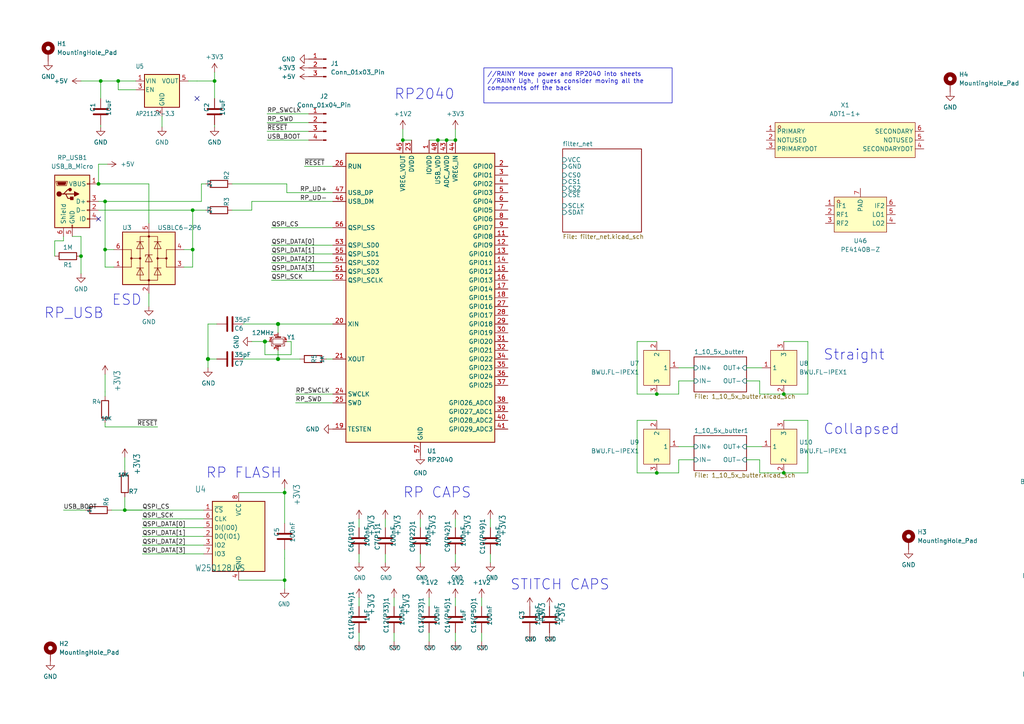
<source format=kicad_sch>
(kicad_sch (version 20230121) (generator eeschema)
  (paper "A4")
  (title_block (title "RP2040/FT232H Interface") (comment 1 "For transferring data quickly out of an RP2040"))
  (junction (at 36.195 147.955))
  (junction (at 502.92 49.53))
  (junction (at 390.525 18.415))
  (junction (at 82.55 168.275))
  (junction (at 502.92 58.42))
  (junction (at 502.92 96.52))
  (junction (at 584.835 168.275))
  (junction (at 485.775 130.175))
  (junction (at 519.43 -0.635))
  (junction (at 190.5 114.3))
  (junction (at 599.44 60.96))
  (junction (at 486.41 172.72))
  (junction (at 485.775 160.655))
  (junction (at 331.47 24.13))
  (junction (at 318.135 18.415))
  (junction (at 340.995 228.6))
  (junction (at 469.9 -0.635))
  (junction (at 568.96 60.96))
  (junction (at 572.135 -9.525))
  (junction (at 227.33 137.16))
  (junction (at 543.56 173.355))
  (junction (at 349.885 186.69))
  (junction (at 127 40.64))
  (junction (at 555.625 142.24))
  (junction (at 542.925 139.7))
  (junction (at 55.88 72.39))
  (junction (at 599.44 52.07))
  (junction (at 415.29 24.13))
  (junction (at 62.23 23.495))
  (junction (at 394.97 50.8))
  (junction (at 436.245 7.62))
  (junction (at 434.975 57.785))
  (junction (at 322.58 83.82))
  (junction (at 518.16 49.53))
  (junction (at 396.24 0.635))
  (junction (at 584.835 141.605))
  (junction (at 403.86 24.13))
  (junction (at 543.56 168.275))
  (junction (at 322.58 66.04))
  (junction (at 597.535 168.275))
  (junction (at 342.265 83.82))
  (junction (at 332.105 146.05))
  (junction (at 394.97 83.82))
  (junction (at 543.56 170.815))
  (junction (at 316.865 68.58))
  (junction (at 428.625 180.34))
  (junction (at 597.535 141.605))
  (junction (at 504.19 -9.525))
  (junction (at 519.43 -9.525))
  (junction (at 556.26 170.815))
  (junction (at 488.95 -9.525))
  (junction (at 76.835 99.06) (diameter 1.016))
  (junction (at 414.655 83.82))
  (junction (at 340.995 220.98))
  (junction (at 332.74 173.355))
  (junction (at 349.885 228.6))
  (junction (at 436.88 130.175))
  (junction (at 327.66 201.93))
  (junction (at 28.575 53.34))
  (junction (at 556.26 173.355))
  (junction (at 60.325 104.14) (diameter 1.016))
  (junction (at 332.74 194.31))
  (junction (at 389.255 68.58))
  (junction (at 322.58 50.8))
  (junction (at 597.535 170.815))
  (junction (at 34.29 23.495))
  (junction (at 29.21 23.495))
  (junction (at 542.925 142.24))
  (junction (at 80.645 93.98) (diameter 1.016))
  (junction (at 30.48 58.42))
  (junction (at 349.25 130.81))
  (junction (at 488.95 -0.635))
  (junction (at 542.925 137.16))
  (junction (at 480.06 195.58))
  (junction (at 434.975 73.025))
  (junction (at 572.135 -0.635))
  (junction (at 555.625 137.16))
  (junction (at 487.68 49.53))
  (junction (at 132.08 40.64))
  (junction (at 434.975 172.72))
  (junction (at 394.97 66.04))
  (junction (at 502.92 87.63))
  (junction (at 332.105 138.43))
  (junction (at 324.485 220.98))
  (junction (at 80.645 104.14) (diameter 1.016))
  (junction (at 324.485 228.6))
  (junction (at 555.625 139.7))
  (junction (at 390.525 15.875))
  (junction (at 584.2 52.07))
  (junction (at 468.63 58.42))
  (junction (at 597.535 173.355))
  (junction (at 553.085 -0.635))
  (junction (at 362.585 57.785))
  (junction (at 584.835 173.355))
  (junction (at 362.585 73.025))
  (junction (at 602.615 -9.525))
  (junction (at 414.655 74.295))
  (junction (at 479.425 137.795))
  (junction (at 584.835 170.815))
  (junction (at 116.84 40.64))
  (junction (at 332.74 165.735))
  (junction (at 480.06 180.34))
  (junction (at 584.835 139.065))
  (junction (at 363.855 7.62))
  (junction (at 434.975 203.2))
  (junction (at 190.5 137.16))
  (junction (at 349.885 173.355))
  (junction (at 556.26 168.275))
  (junction (at 323.85 0.635))
  (junction (at 487.68 87.63))
  (junction (at 597.535 136.525))
  (junction (at 549.91 60.96))
  (junction (at 587.375 -0.635))
  (junction (at 349.885 213.36))
  (junction (at 23.495 74.295))
  (junction (at 518.16 87.63))
  (junction (at 436.88 160.655))
  (junction (at 349.885 201.93))
  (junction (at 518.16 58.42))
  (junction (at 82.55 142.875))
  (junction (at 342.9 24.13))
  (junction (at 584.2 60.96))
  (junction (at 430.53 137.795))
  (junction (at 568.96 52.07))
  (junction (at 584.835 136.525))
  (junction (at 389.255 66.04))
  (junction (at 602.615 -0.635))
  (junction (at 487.68 58.42))
  (junction (at 349.25 146.05))
  (junction (at 487.68 96.52))
  (junction (at 597.535 139.065))
  (junction (at 479.425 153.035))
  (junction (at 468.63 87.63))
  (junction (at 430.53 153.035))
  (junction (at 587.375 -9.525))
  (junction (at 227.33 114.3))
  (junction (at 55.88 60.96))
  (junction (at 316.865 66.04))
  (junction (at 342.265 74.295))
  (junction (at 30.48 72.39))
  (junction (at 129.54 40.64))
  (junction (at 518.16 96.52))
  (junction (at 504.19 -0.635))
  (junction (at 318.135 15.875))
  (junction (at 349.885 158.115))
  (junction (at 428.625 195.58))
  (junction (at 486.41 203.2))
  (no_connect (at 327.66 220.98))
  (no_connect (at 28.575 63.5))
  (no_connect (at 57.15 28.575))
  (no_connect (at 337.82 199.39))
  (wire (pts (xy 494.03 130.175) (xy 485.775 130.175)))
  (wire (pts (xy 555.625 146.685) (xy 555.625 142.24)))
  (wire (pts (xy 469.9 -0.635) (xy 473.71 -0.635)))
  (wire (pts (xy 415.29 24.13) (xy 415.29 29.21)))
  (wire (pts (xy 332.74 12.7) (xy 330.2 12.7)))
  (wire (pts (xy 542.925 139.7) (xy 542.925 142.24)))
  (wire (pts (xy 597.535 168.275) (xy 597.535 165.735)))
  (wire (pts (xy 564.515 5.715) (xy 564.515 14.605)))
  (wire (pts (xy 430.53 137.795) (xy 430.53 153.035)))
  (wire (pts (xy 69.215 168.275) (xy 82.55 168.275)))
  (wire (pts (xy 142.24 150.495) (xy 142.24 153.035)) (stroke (width 0.1524)))
  (wire (pts (xy 342.9 24.13) (xy 342.9 29.21)))
  (wire (pts (xy 351.79 65.405) (xy 356.235 65.405)))
  (wire (pts (xy 316.865 66.04) (xy 316.865 50.8)))
  (wire (pts (xy 132.08 37.465) (xy 132.08 40.64)))
  (wire (pts (xy 234.315 114.3) (xy 234.315 99.06)))
  (wire (pts (xy 55.88 60.96) (xy 55.88 72.39)))
  (wire (pts (xy 542.925 142.24) (xy 542.925 146.685)))
  (wire (pts (xy 553.085 -9.525) (xy 572.135 -9.525)))
  (wire (pts (xy 139.7 173.355) (xy 139.7 175.895)) (stroke (width 0.1524)))
  (wire (pts (xy 353.06 17.78) (xy 353.06 24.13)))
  (wire (pts (xy 468.63 96.52) (xy 468.63 87.63)))
  (wire (pts (xy 332.74 15.24) (xy 331.47 15.24)))
  (wire (pts (xy 334.645 74.295) (xy 334.645 77.47)))
  (wire (pts (xy 594.995 12.7) (xy 571.5 12.7)))
  (wire (pts (xy 220.345 137.16) (xy 227.33 137.16)))
  (wire (pts (xy 332.105 165.735) (xy 332.74 165.735)))
  (wire (pts (xy 481.33 22.225) (xy 481.33 17.78)))
  (wire (pts (xy 28.575 53.34) (xy 43.18 53.34)))
  (wire (pts (xy 407.035 74.295) (xy 407.035 77.47)))
  (wire (pts (xy 332.74 165.735) (xy 333.375 165.735)))
  (wire (pts (xy 104.14 150.495) (xy 104.14 153.035)) (stroke (width 0.1524)))
  (wire (pts (xy 394.97 50.8) (xy 434.975 50.8)))
  (wire (pts (xy 324.485 217.17) (xy 324.485 220.98)))
  (wire (pts (xy 368.3 57.785) (xy 368.3 73.025)))
  (wire (pts (xy 59.055 153.035) (xy 41.275 153.035)) (stroke (width 0.1524)))
  (wire (pts (xy 483.235 26.035) (xy 483.235 22.225)))
  (wire (pts (xy 403.86 24.13) (xy 403.86 29.21)))
  (wire (pts (xy 83.185 53.34) (xy 83.185 55.88)))
  (wire (pts (xy 504.19 -0.635) (xy 504.19 -9.525)))
  (wire (pts (xy 424.18 160.655) (xy 436.88 160.655)))
  (wire (pts (xy 116.84 37.465) (xy 116.84 40.64)))
  (wire (pts (xy 556.26 170.815) (xy 556.26 168.275)))
  (wire (pts (xy 494.665 203.2) (xy 494.665 172.72)))
  (wire (pts (xy 196.85 110.49) (xy 196.85 114.3)))
  (wire (pts (xy 534.67 -0.635) (xy 534.67 -9.525)))
  (wire (pts (xy 584.835 168.275) (xy 584.835 170.815)))
  (wire (pts (xy 360.68 201.93) (xy 349.885 201.93)))
  (wire (pts (xy 473.075 160.655) (xy 485.775 160.655)))
  (wire (pts (xy 77.47 40.64) (xy 89.535 40.64)))
  (wire (pts (xy 434.975 83.82) (xy 434.975 73.025)))
  (wire (pts (xy 43.18 53.34) (xy 43.18 64.77)))
  (wire (pts (xy 542.925 134.62) (xy 542.925 137.16)))
  (wire (pts (xy 502.92 96.52) (xy 518.16 96.52)))
  (wire (pts (xy 201.295 133.35) (xy 196.85 133.35)))
  (wire (pts (xy 220.345 114.3) (xy 227.33 114.3)))
  (wire (pts (xy 542.925 137.16) (xy 542.925 139.7)))
  (wire (pts (xy 441.96 7.62) (xy 441.96 22.86)))
  (wire (pts (xy 533.4 49.53) (xy 518.16 49.53)))
  (wire (pts (xy 415.29 24.13) (xy 425.45 24.13)))
  (wire (pts (xy 394.97 66.04) (xy 397.51 66.04)))
  (wire (pts (xy 78.74 73.66) (xy 96.52 73.66)) (stroke (width 0.1524)))
  (wire (pts (xy 124.46 40.64) (xy 127 40.64)))
  (wire (pts (xy 58.42 58.42) (xy 58.42 53.34)))
  (wire (pts (xy 332.74 173.355) (xy 349.885 173.355)))
  (wire (pts (xy 368.3 73.025) (xy 362.585 73.025)))
  (wire (pts (xy 584.2 52.07) (xy 599.44 52.07)))
  (wire (pts (xy 332.74 194.31) (xy 333.375 194.31)))
  (wire (pts (xy 349.25 130.81) (xy 360.045 130.81)))
  (wire (pts (xy 394.97 83.82) (xy 389.255 83.82)))
  (wire (pts (xy 201.295 110.49) (xy 196.85 110.49)))
  (wire (pts (xy 124.46 173.355) (xy 124.46 175.895)) (stroke (width 0.1524)))
  (wire (pts (xy 36.195 132.715) (xy 36.195 135.255)) (stroke (width 0.1524)))
  (wire (pts (xy 234.315 137.16) (xy 234.315 121.92)))
  (wire (pts (xy 561.34 67.31) (xy 561.34 76.2)))
  (wire (pts (xy 542.925 146.685) (xy 555.625 146.685)))
  (wire (pts (xy 124.46 183.515) (xy 124.46 186.055)) (stroke (width 0.1524)))
  (wire (pts (xy 62.23 36.83) (xy 62.23 36.195)))
  (wire (pts (xy 597.535 173.355) (xy 597.535 170.815)))
  (wire (pts (xy 584.835 173.355) (xy 584.835 177.8)))
  (wire (pts (xy 510.54 81.28) (xy 510.54 76.835)))
  (wire (pts (xy 597.535 170.815) (xy 597.535 168.275)))
  (wire (pts (xy 127 40.64) (xy 129.54 40.64)))
  (wire (pts (xy 324.485 165.735) (xy 321.945 165.735)))
  (wire (pts (xy 23.495 23.495) (xy 29.21 23.495)))
  (wire (pts (xy 184.785 137.16) (xy 184.785 121.92)))
  (wire (pts (xy 563.88 18.415) (xy 553.085 18.415)))
  (wire (pts (xy 414.655 94.615) (xy 394.97 94.615)))
  (wire (pts (xy 390.525 33.655) (xy 390.525 18.415)))
  (wire (pts (xy 84.455 99.06) (xy 84.455 102.87)))
  (wire (pts (xy 327.66 199.39) (xy 327.66 201.93)))
  (wire (pts (xy 82.55 159.385) (xy 82.55 161.925)) (stroke (width 0.1524)))
  (wire (pts (xy 60.325 93.98) (xy 60.325 104.14)))
  (wire (pts (xy 424.18 67.945) (xy 424.18 74.295)))
  (wire (pts (xy 597.535 136.525) (xy 597.535 133.985)))
  (wire (pts (xy 469.9 -9.525) (xy 469.9 -0.635)))
  (wire (pts (xy 496.57 5.715) (xy 496.57 10.16)))
  (wire (pts (xy 369.57 22.86) (xy 363.855 22.86)))
  (wire (pts (xy 519.43 -0.635) (xy 519.43 -9.525)))
  (wire (pts (xy 468.63 69.215) (xy 468.63 58.42)))
  (wire (pts (xy 30.48 108.585) (xy 30.48 113.665)) (stroke (width 0.1524)))
  (wire (pts (xy 584.835 146.05) (xy 597.535 146.05)))
  (wire (pts (xy 436.88 160.655) (xy 445.135 160.655)))
  (wire (pts (xy 85.725 114.3) (xy 96.52 114.3)))
  (wire (pts (xy 318.135 18.415) (xy 323.85 18.415)))
  (wire (pts (xy 434.975 203.2) (xy 443.23 203.2)))
  (wire (pts (xy 555.625 142.24) (xy 555.625 139.7)))
  (wire (pts (xy 33.02 72.39) (xy 30.48 72.39)))
  (wire (pts (xy 468.63 76.835) (xy 468.63 87.63)))
  (wire (pts (xy 574.04 18.415) (xy 574.04 15.24)))
  (wire (pts (xy 331.47 29.21) (xy 340.36 29.21)))
  (wire (pts (xy 142.24 160.655) (xy 142.24 163.195)) (stroke (width 0.1524)))
  (wire (pts (xy 594.995 5.715) (xy 594.995 12.7)))
  (wire (pts (xy 617.855 -9.525) (xy 602.615 -9.525)))
  (wire (pts (xy 426.72 12.7) (xy 426.72 29.21)))
  (wire (pts (xy 502.92 87.63) (xy 502.92 96.52)))
  (wire (pts (xy 360.045 146.05) (xy 349.25 146.05)))
  (wire (pts (xy 396.24 15.875) (xy 390.525 15.875)))
  (wire (pts (xy 468.63 96.52) (xy 487.68 96.52)))
  (wire (pts (xy 132.08 173.355) (xy 132.08 175.895)) (stroke (width 0.1524)))
  (wire (pts (xy 32.385 147.955) (xy 36.195 147.955)))
  (wire (pts (xy 351.79 62.865) (xy 353.06 62.865)))
  (wire (pts (xy 82.55 141.605) (xy 82.55 142.875)) (stroke (width 0.1524)))
  (wire (pts (xy 360.045 130.81) (xy 360.045 146.05)))
  (wire (pts (xy 340.995 228.6) (xy 349.885 228.6)))
  (wire (pts (xy 568.96 60.96) (xy 568.96 52.07)))
  (wire (pts (xy 332.105 194.31) (xy 332.74 194.31)))
  (wire (pts (xy 30.48 58.42) (xy 58.42 58.42)))
  (wire (pts (xy 80.645 104.14) (xy 86.995 104.14)))
  (wire (pts (xy 315.595 158.115) (xy 349.885 158.115)))
  (wire (pts (xy 440.69 57.785) (xy 440.69 73.025)))
  (wire (pts (xy 84.455 102.87) (xy 76.835 102.87)))
  (wire (pts (xy 396.24 33.655) (xy 390.525 33.655)))
  (wire (pts (xy 55.88 60.96) (xy 59.69 60.96)))
  (wire (pts (xy 23.495 147.955) (xy 18.415 147.955)) (stroke (width 0.1524)))
  (wire (pts (xy 78.74 66.04) (xy 96.52 66.04)))
  (wire (pts (xy 425.45 15.24) (xy 429.895 15.24)))
  (wire (pts (xy 46.99 33.655) (xy 46.99 36.83)) (stroke (width 0.1524)))
  (wire (pts (xy 23.495 147.955) (xy 24.765 147.955)))
  (wire (pts (xy 403.86 15.24) (xy 403.86 24.13)))
  (wire (pts (xy 322.58 83.82) (xy 327.025 83.82)))
  (wire (pts (xy 349.885 213.36) (xy 360.68 213.36)))
  (wire (pts (xy 389.255 66.04) (xy 389.255 50.8)))
  (wire (pts (xy 184.785 114.3) (xy 184.785 99.06)))
  (wire (pts (xy 576.58 67.31) (xy 576.58 71.755)))
  (wire (pts (xy 77.47 38.1) (xy 89.535 38.1)))
  (wire (pts (xy 357.505 83.82) (xy 362.585 83.82)))
  (wire (pts (xy 323.85 138.43) (xy 321.31 138.43)))
  (wire (pts (xy 315.595 213.36) (xy 349.885 213.36)))
  (wire (pts (xy 324.485 220.98) (xy 321.945 220.98)))
  (wire (pts (xy 23.495 74.295) (xy 23.495 79.375)))
  (wire (pts (xy 614.68 52.07) (xy 599.44 52.07)))
  (wire (pts (xy 360.68 213.36) (xy 360.68 228.6)))
  (wire (pts (xy 436.88 130.175) (xy 424.18 130.175)))
  (wire (pts (xy 441.96 22.86) (xy 436.245 22.86)))
  (wire (pts (xy 82.55 168.275) (xy 82.55 170.815)))
  (wire (pts (xy 402.59 12.7) (xy 402.59 8.255)))
  (wire (pts (xy 353.06 62.865) (xy 353.06 77.47)))
  (wire (pts (xy 234.315 121.92) (xy 227.33 121.92)))
  (wire (pts (xy 405.13 15.24) (xy 403.86 15.24)))
  (wire (pts (xy 422.275 203.2) (xy 434.975 203.2)))
  (wire (pts (xy 331.47 65.405) (xy 325.12 65.405)))
  (wire (pts (xy 543.56 170.815) (xy 543.56 173.355)))
  (wire (pts (xy 362.585 50.8) (xy 362.585 57.785)))
  (wire (pts (xy 80.645 96.52) (xy 80.645 93.98)))
  (wire (pts (xy 73.025 99.06) (xy 76.835 99.06)))
  (wire (pts (xy 511.81 17.78) (xy 511.81 20.32)))
  (wire (pts (xy 390.525 15.875) (xy 390.525 18.415)))
  (wire (pts (xy 485.775 130.175) (xy 473.075 130.175)))
  (wire (pts (xy 518.16 58.42) (xy 518.16 49.53)))
  (wire (pts (xy 480.695 26.035) (xy 469.9 26.035)))
  (wire (pts (xy 78.74 78.74) (xy 96.52 78.74)) (stroke (width 0.1524)))
  (wire (pts (xy 572.135 -0.635) (xy 572.135 -9.525)))
  (wire (pts (xy 331.47 138.43) (xy 332.105 138.43)))
  (wire (pts (xy 584.835 170.815) (xy 584.835 173.355)))
  (wire (pts (xy 487.68 96.52) (xy 502.92 96.52)))
  (wire (pts (xy 316.865 66.04) (xy 316.865 68.58)))
  (wire (pts (xy 70.485 104.14) (xy 80.645 104.14)))
  (wire (pts (xy 473.71 203.2) (xy 486.41 203.2)))
  (wire (pts (xy 511.81 5.715) (xy 511.81 10.16)))
  (wire (pts (xy 114.3 183.515) (xy 114.3 186.055)) (stroke (width 0.1524)))
  (wire (pts (xy 425.45 77.47) (xy 422.275 77.47)))
  (wire (pts (xy 495.3 81.28) (xy 495.3 76.835)))
  (wire (pts (xy 80.645 93.98) (xy 96.52 93.98)))
  (wire (pts (xy 469.9 10.16) (xy 469.9 -0.635)))
  (wire (pts (xy 572.135 -9.525) (xy 587.375 -9.525)))
  (wire (pts (xy 62.865 93.98) (xy 60.325 93.98)))
  (wire (pts (xy 331.47 24.13) (xy 335.28 24.13)))
  (wire (pts (xy 587.375 -9.525) (xy 602.615 -9.525)))
  (wire (pts (xy 518.16 87.63) (xy 518.16 96.52)))
  (wire (pts (xy 85.725 116.84) (xy 96.52 116.84)))
  (wire (pts (xy 83.185 99.06) (xy 84.455 99.06)))
  (wire (pts (xy 318.135 0.635) (xy 323.85 0.635)))
  (wire (pts (xy 362.585 57.785) (xy 368.3 57.785)))
  (wire (pts (xy 363.855 0.635) (xy 363.855 7.62)))
  (wire (pts (xy 234.315 99.06) (xy 227.33 99.06)))
  (wire (pts (xy 78.74 71.12) (xy 96.52 71.12)) (stroke (width 0.1524)))
  (wire (pts (xy 196.85 114.3) (xy 190.5 114.3)))
  (wire (pts (xy 597.535 146.05) (xy 597.535 141.605)))
  (wire (pts (xy 184.785 121.92) (xy 190.5 121.92)))
  (wire (pts (xy 424.18 65.405) (xy 428.625 65.405)))
  (wire (pts (xy 34.29 23.495) (xy 39.37 23.495)) (stroke (width 0.1524)))
  (wire (pts (xy 390.525 15.875) (xy 390.525 0.635)))
  (wire (pts (xy 121.92 150.495) (xy 121.92 153.035)) (stroke (width 0.1524)))
  (wire (pts (xy 80.645 101.6) (xy 80.645 104.14)))
  (wire (pts (xy 316.865 50.8) (xy 322.58 50.8)))
  (wire (pts (xy 607.06 67.31) (xy 607.06 76.835)))
  (wire (pts (xy 41.275 150.495) (xy 59.055 150.495)) (stroke (width 0.1524)))
  (wire (pts (xy 403.86 65.405) (xy 397.51 65.405)))
  (wire (pts (xy 480.06 64.77) (xy 480.06 69.215)))
  (wire (pts (xy 28.575 60.96) (xy 55.88 60.96)))
  (wire (pts (xy 328.93 67.945) (xy 331.47 67.945)))
  (wire (pts (xy 591.82 67.31) (xy 591.82 74.295)))
  (wire (pts (xy 104.14 173.355) (xy 104.14 175.895)) (stroke (width 0.1524)))
  (wire (pts (xy 597.535 141.605) (xy 597.535 139.065)))
  (wire (pts (xy 322.58 83.82) (xy 316.865 83.82)))
  (wire (pts (xy 31.115 47.625) (xy 28.575 47.625)))
  (wire (pts (xy 389.255 50.8) (xy 394.97 50.8)))
  (wire (pts (xy 553.085 -0.635) (xy 556.895 -0.635)))
  (wire (pts (xy 568.325 74.295) (xy 568.325 80.01)))
  (wire (pts (xy 568.96 10.16) (xy 579.755 10.16)))
  (wire (pts (xy 584.835 139.065) (xy 584.835 141.605)))
  (wire (pts (xy 342.265 81.915) (xy 342.265 83.82)))
  (wire (pts (xy 331.47 62.865) (xy 328.93 62.865)))
  (wire (pts (xy 220.345 110.49) (xy 220.345 114.3)))
  (wire (pts (xy 563.245 80.01) (xy 563.245 76.2)))
  (wire (pts (xy 487.68 49.53) (xy 502.92 49.53)))
  (wire (pts (xy 318.135 33.655) (xy 318.135 18.415)))
  (wire (pts (xy 36.195 144.145) (xy 36.195 145.415)))
  (wire (pts (xy 495.3 64.77) (xy 495.3 69.215)))
  (wire (pts (xy 565.785 71.755) (xy 576.58 71.755)))
  (wire (pts (xy 96.52 48.26) (xy 88.265 48.26)))
  (wire (pts (xy 469.9 -9.525) (xy 488.95 -9.525)))
  (wire (pts (xy 584.835 165.735) (xy 584.835 168.275)))
  (wire (pts (xy 360.68 173.355) (xy 349.885 173.355)))
  (wire (pts (xy 67.31 53.34) (xy 83.185 53.34)))
  (wire (pts (xy 486.41 203.2) (xy 494.665 203.2)))
  (wire (pts (xy 549.91 60.96) (xy 553.72 60.96)))
  (wire (pts (xy 563.245 76.2) (xy 561.34 76.2)))
  (wire (pts (xy 401.32 67.945) (xy 403.86 67.945)))
  (wire (pts (xy 425.45 12.7) (xy 426.72 12.7)))
  (wire (pts (xy 36.195 147.955) (xy 59.055 147.955)) (stroke (width 0.1524)))
  (wire (pts (xy 468.63 49.53) (xy 468.63 58.42)))
  (wire (pts (xy 327.66 201.93) (xy 349.885 201.93)))
  (wire (pts (xy 414.655 74.295) (xy 424.18 74.295)))
  (wire (pts (xy 574.04 15.24) (xy 610.235 15.24)))
  (wire (pts (xy 18.415 68.58) (xy 18.415 69.85)))
  (wire (pts (xy 342.9 24.13) (xy 353.06 24.13)))
  (wire (pts (xy 469.9 26.035) (xy 469.9 17.78)))
  (wire (pts (xy 62.23 20.955) (xy 62.23 23.495)) (stroke (width 0.1524)))
  (wire (pts (xy 565.785 80.01) (xy 565.785 71.755)))
  (wire (pts (xy 330.2 12.7) (xy 330.2 8.255)))
  (wire (pts (xy 216.535 133.35) (xy 220.345 133.35)))
  (wire (pts (xy 70.485 93.98) (xy 80.645 93.98)))
  (wire (pts (xy 316.865 66.04) (xy 322.58 66.04)))
  (wire (pts (xy 325.12 65.405) (xy 325.12 66.04)))
  (wire (pts (xy 62.23 23.495) (xy 62.23 28.575)) (stroke (width 0.1524)))
  (wire (pts (xy 220.345 133.35) (xy 220.345 137.16)))
  (wire (pts (xy 314.96 130.81) (xy 349.25 130.81)))
  (wire (pts (xy 568.96 18.415) (xy 568.96 10.16)))
  (wire (pts (xy 425.45 17.78) (xy 425.45 24.13)))
  (wire (pts (xy 353.06 12.7) (xy 354.33 12.7)))
  (wire (pts (xy 481.33 5.715) (xy 481.33 10.16)))
  (wire (pts (xy 414.655 81.915) (xy 414.655 83.82)))
  (wire (pts (xy 334.645 74.295) (xy 342.265 74.295)))
  (wire (pts (xy 397.51 65.405) (xy 397.51 66.04)))
  (wire (pts (xy 28.575 47.625) (xy 28.575 53.34)))
  (wire (pts (xy 196.85 137.16) (xy 190.5 137.16)))
  (wire (pts (xy 190.5 137.16) (xy 184.785 137.16)))
  (wire (pts (xy 394.97 83.82) (xy 399.415 83.82)))
  (wire (pts (xy 345.44 29.21) (xy 354.33 29.21)))
  (wire (pts (xy 342.9 138.43) (xy 340.36 138.43)))
  (wire (pts (xy 510.54 64.77) (xy 510.54 69.215)))
  (wire (pts (xy 434.975 172.72) (xy 422.275 172.72)))
  (wire (pts (xy 43.18 85.09) (xy 43.18 88.9)))
  (wire (pts (xy 337.82 220.98) (xy 340.995 220.98)))
  (wire (pts (xy 349.885 158.115) (xy 360.68 158.115)))
  (wire (pts (xy 549.91 52.07) (xy 549.91 60.96)))
  (wire (pts (xy 129.54 40.64) (xy 132.08 40.64)))
  (wire (pts (xy 434.975 50.8) (xy 434.975 57.785)))
  (wire (pts (xy 360.68 186.69) (xy 360.68 201.93)))
  (wire (pts (xy 394.97 94.615) (xy 394.97 83.82)))
  (wire (pts (xy 104.14 183.515) (xy 104.14 186.055)) (stroke (width 0.1524)))
  (wire (pts (xy 331.47 24.13) (xy 331.47 29.21)))
  (wire (pts (xy 41.275 160.655) (xy 59.055 160.655)) (stroke (width 0.1524)))
  (wire (pts (xy 488.315 20.32) (xy 488.315 26.035)))
  (wire (pts (xy 132.08 183.515) (xy 132.08 186.055)) (stroke (width 0.1524)))
  (wire (pts (xy 486.41 172.72) (xy 473.71 172.72)))
  (wire (pts (xy 579.755 5.715) (xy 579.755 10.16)))
  (wire (pts (xy 543.56 165.735) (xy 543.56 168.275)))
  (wire (pts (xy 360.68 158.115) (xy 360.68 173.355)))
  (wire (pts (xy 73.025 58.42) (xy 73.025 60.96)))
  (wire (pts (xy 82.55 161.925) (xy 82.55 168.275)))
  (wire (pts (xy 324.485 228.6) (xy 340.995 228.6)))
  (wire (pts (xy 402.59 17.78) (xy 405.13 17.78)))
  (wire (pts (xy 555.625 137.16) (xy 555.625 134.62)))
  (wire (pts (xy 328.93 62.865) (xy 328.93 58.42)))
  (wire (pts (xy 494.03 160.655) (xy 494.03 130.175)))
  (wire (pts (xy 29.21 28.575) (xy 29.21 23.495)) (stroke (width 0.1524)))
  (wire (pts (xy 323.85 15.875) (xy 318.135 15.875)))
  (wire (pts (xy 60.325 104.14) (xy 60.325 106.68)))
  (wire (pts (xy 525.78 64.77) (xy 525.78 69.215)))
  (wire (pts (xy 331.47 15.24) (xy 331.47 24.13)))
  (wire (pts (xy 487.68 87.63) (xy 487.68 96.52)))
  (wire (pts (xy 390.525 18.415) (xy 396.24 18.415)))
  (wire (pts (xy 502.92 49.53) (xy 518.16 49.53)))
  (wire (pts (xy 30.48 58.42) (xy 30.48 72.39)))
  (wire (pts (xy 389.255 66.04) (xy 389.255 68.58)))
  (wire (pts (xy 318.135 15.875) (xy 318.135 18.415)))
  (wire (pts (xy 389.255 68.58) (xy 394.97 68.58)))
  (wire (pts (xy 330.2 17.78) (xy 332.74 17.78)))
  (wire (pts (xy 533.4 87.63) (xy 533.4 96.52)))
  (wire (pts (xy 77.47 35.56) (xy 89.535 35.56)))
  (wire (pts (xy 362.585 83.82) (xy 362.585 73.025)))
  (wire (pts (xy 332.74 194.31) (xy 332.74 195.58)))
  (wire (pts (xy 342.265 94.615) (xy 322.58 94.615)))
  (wire (pts (xy 30.48 113.665) (xy 30.48 114.935)))
  (wire (pts (xy 429.895 83.82) (xy 434.975 83.82)))
  (wire (pts (xy 29.21 36.195) (xy 29.21 36.83)) (stroke (width 0.1524)))
  (wire (pts (xy 525.78 81.28) (xy 525.78 76.835)))
  (wire (pts (xy 349.885 186.69) (xy 360.68 186.69)))
  (wire (pts (xy 369.57 7.62) (xy 369.57 22.86)))
  (wire (pts (xy 78.74 76.2) (xy 96.52 76.2)) (stroke (width 0.1524)))
  (wire (pts (xy 342.265 74.295) (xy 351.79 74.295)))
  (wire (pts (xy 389.255 66.04) (xy 394.97 66.04)))
  (wire (pts (xy 30.48 123.825) (xy 45.72 123.825)))
  (wire (pts (xy 591.82 74.295) (xy 568.325 74.295)))
  (wire (pts (xy 332.74 217.17) (xy 324.485 217.17)))
  (wire (pts (xy 424.18 62.865) (xy 425.45 62.865)))
  (wire (pts (xy 323.85 33.655) (xy 318.135 33.655)))
  (wire (pts (xy 584.835 177.8) (xy 597.535 177.8)))
  (wire (pts (xy 315.595 173.355) (xy 332.74 173.355)))
  (wire (pts (xy 216.535 106.68) (xy 220.98 106.68)))
  (wire (pts (xy 480.06 81.28) (xy 480.06 76.835)))
  (wire (pts (xy 443.23 172.72) (xy 434.975 172.72)))
  (wire (pts (xy 566.42 18.415) (xy 566.42 14.605)))
  (wire (pts (xy 318.135 15.875) (xy 318.135 0.635)))
  (wire (pts (xy 77.47 33.02) (xy 89.535 33.02)))
  (wire (pts (xy 549.91 52.07) (xy 568.96 52.07)))
  (wire (pts (xy 599.44 60.96) (xy 599.44 52.07)))
  (wire (pts (xy 59.055 158.115) (xy 41.275 158.115)) (stroke (width 0.1524)))
  (wire (pts (xy 83.185 55.88) (xy 96.52 55.88)))
  (wire (pts (xy 549.91 60.96) (xy 549.91 80.01)))
  (wire (pts (xy 15.875 69.85) (xy 15.875 74.295)))
  (wire (pts (xy 401.32 76.2) (xy 401.32 67.945)))
  (wire (pts (xy 390.525 0.635) (xy 396.24 0.635)))
  (wire (pts (xy 490.855 26.035) (xy 490.855 22.86)))
  (wire (pts (xy 587.375 -0.635) (xy 587.375 -9.525)))
  (wire (pts (xy 353.06 15.24) (xy 357.505 15.24)))
  (wire (pts (xy 315.595 228.6) (xy 324.485 228.6)))
  (wire (pts (xy 53.34 77.47) (xy 55.88 77.47)))
  (wire (pts (xy 55.88 72.39) (xy 55.88 77.47)))
  (wire (pts (xy 504.19 -9.525) (xy 519.43 -9.525)))
  (wire (pts (xy 216.535 110.49) (xy 220.345 110.49)))
  (wire (pts (xy 121.92 160.655) (xy 121.92 163.195)) (stroke (width 0.1524)))
  (wire (pts (xy 468.63 49.53) (xy 487.68 49.53)))
  (wire (pts (xy 53.34 72.39) (xy 55.88 72.39)))
  (wire (pts (xy 36.195 147.955) (xy 41.275 147.955)))
  (wire (pts (xy 332.105 138.43) (xy 332.74 138.43)))
  (wire (pts (xy 190.5 114.3) (xy 184.785 114.3)))
  (wire (pts (xy 34.29 23.495) (xy 34.29 26.035)) (stroke (width 0.1524)))
  (wire (pts (xy 425.45 62.865) (xy 425.45 77.47)))
  (wire (pts (xy 54.61 23.495) (xy 57.15 23.495)))
  (wire (pts (xy 36.195 135.255) (xy 36.195 136.525)))
  (wire (pts (xy 330.2 26.035) (xy 330.2 17.78)))
  (wire (pts (xy 468.63 87.63) (xy 472.44 87.63)))
  (wire (pts (xy 617.855 -0.635) (xy 617.855 -9.525)))
  (wire (pts (xy 414.655 83.82) (xy 414.655 94.615)))
  (wire (pts (xy 407.035 74.295) (xy 414.655 74.295)))
  (wire (pts (xy 360.68 228.6) (xy 349.885 228.6)))
  (wire (pts (xy 488.95 -0.635) (xy 488.95 -9.525)))
  (wire (pts (xy 396.24 0.635) (xy 436.245 0.635)))
  (wire (pts (xy 69.215 142.875) (xy 82.55 142.875)))
  (wire (pts (xy 315.595 201.93) (xy 327.66 201.93)))
  (wire (pts (xy 18.415 69.85) (xy 15.875 69.85)))
  (wire (pts (xy 560.705 80.01) (xy 549.91 80.01)))
  (wire (pts (xy 502.92 58.42) (xy 502.92 49.53)))
  (wire (pts (xy 534.67 -9.525) (xy 519.43 -9.525)))
  (wire (pts (xy 480.06 180.34) (xy 480.06 195.58)))
  (wire (pts (xy 94.615 104.14) (xy 96.52 104.14)))
  (wire (pts (xy 132.08 150.495) (xy 132.08 153.035)) (stroke (width 0.1524)))
  (wire (pts (xy 354.33 12.7) (xy 354.33 29.21)))
  (wire (pts (xy 332.105 146.05) (xy 349.25 146.05)))
  (wire (pts (xy 29.21 23.495) (xy 34.29 23.495)) (stroke (width 0.1524)))
  (wire (pts (xy 570.865 76.835) (xy 607.06 76.835)))
  (wire (pts (xy 570.865 80.01) (xy 570.865 76.835)))
  (wire (pts (xy 196.85 106.68) (xy 201.295 106.68)))
  (wire (pts (xy 343.535 220.98) (xy 340.995 220.98)))
  (wire (pts (xy 584.835 136.525) (xy 584.835 139.065)))
  (wire (pts (xy 443.23 203.2) (xy 443.23 172.72)))
  (wire (pts (xy 468.63 58.42) (xy 472.44 58.42)))
  (wire (pts (xy 227.33 137.16) (xy 234.315 137.16)))
  (wire (pts (xy 440.69 73.025) (xy 434.975 73.025)))
  (wire (pts (xy 556.26 177.8) (xy 556.26 173.355)))
  (wire (pts (xy 23.495 68.58) (xy 23.495 74.295)))
  (wire (pts (xy 322.58 50.8) (xy 362.585 50.8)))
  (wire (pts (xy 363.855 7.62) (xy 369.57 7.62)))
  (wire (pts (xy 543.56 168.275) (xy 543.56 170.815)))
  (wire (pts (xy 483.235 22.225) (xy 481.33 22.225)))
  (wire (pts (xy 571.5 12.7) (xy 571.5 18.415)))
  (wire (pts (xy 227.33 114.3) (xy 234.315 114.3)))
  (wire (pts (xy 76.835 102.87) (xy 76.835 99.06)))
  (wire (pts (xy 479.425 137.795) (xy 479.425 153.035)))
  (wire (pts (xy 566.42 14.605) (xy 564.515 14.605)))
  (wire (pts (xy 417.83 29.21) (xy 426.72 29.21)))
  (wire (pts (xy 184.785 99.06) (xy 190.5 99.06)))
  (wire (pts (xy 584.2 60.96) (xy 584.2 52.07)))
  (wire (pts (xy 324.485 194.31) (xy 321.945 194.31)))
  (wire (pts (xy 132.08 160.655) (xy 132.08 163.195)) (stroke (width 0.1524)))
  (wire (pts (xy 527.05 22.86) (xy 527.05 17.78)))
  (wire (pts (xy 20.955 68.58) (xy 23.495 68.58)))
  (wire (pts (xy 116.84 40.64) (xy 119.38 40.64)))
  (wire (pts (xy 543.56 177.8) (xy 556.26 177.8)))
  (wire (pts (xy 30.48 122.555) (xy 30.48 123.825)))
  (wire (pts (xy 114.3 173.355) (xy 114.3 175.895)) (stroke (width 0.1524)))
  (wire (pts (xy 36.195 145.415) (xy 36.195 147.955)) (stroke (width 0.1524)))
  (wire (pts (xy 602.615 -0.635) (xy 602.615 -9.525)))
  (wire (pts (xy 405.13 12.7) (xy 402.59 12.7)))
  (wire (pts (xy 328.93 76.2) (xy 328.93 67.945)))
  (wire (pts (xy 436.245 0.635) (xy 436.245 7.62)))
  (wire (pts (xy 323.85 0.635) (xy 363.855 0.635)))
  (wire (pts (xy 57.15 23.495) (xy 62.23 23.495)) (stroke (width 0.1524)))
  (wire (pts (xy 111.76 150.495) (xy 111.76 153.035)) (stroke (width 0.1524)))
  (wire (pts (xy 343.535 194.31) (xy 340.995 194.31)))
  (wire (pts (xy 322.58 66.04) (xy 325.12 66.04)))
  (wire (pts (xy 216.535 129.54) (xy 220.98 129.54)))
  (wire (pts (xy 485.775 26.035) (xy 485.775 17.78)))
  (wire (pts (xy 533.4 96.52) (xy 518.16 96.52)))
  (wire (pts (xy 584.835 141.605) (xy 584.835 146.05)))
  (wire (pts (xy 485.775 160.655) (xy 494.03 160.655)))
  (wire (pts (xy 555.625 139.7) (xy 555.625 137.16)))
  (wire (pts (xy 314.96 146.05) (xy 332.105 146.05)))
  (wire (pts (xy 33.02 77.47) (xy 30.48 77.47)))
  (wire (pts (xy 78.74 81.28) (xy 96.52 81.28)))
  (wire (pts (xy 322.58 94.615) (xy 322.58 83.82)))
  (wire (pts (xy 488.95 -9.525) (xy 504.19 -9.525)))
  (wire (pts (xy 527.05 5.715) (xy 527.05 10.16)))
  (wire (pts (xy 445.135 160.655) (xy 445.135 130.175)))
  (wire (pts (xy 553.085 -9.525) (xy 553.085 -0.635)))
  (wire (pts (xy 434.975 57.785) (xy 440.69 57.785)))
  (wire (pts (xy 196.85 129.54) (xy 201.295 129.54)))
  (wire (pts (xy 316.865 68.58) (xy 322.58 68.58)))
  (wire (pts (xy 436.245 7.62) (xy 441.96 7.62)))
  (wire (pts (xy 553.085 -0.635) (xy 553.085 18.415)))
  (wire (pts (xy 343.535 165.735) (xy 340.995 165.735)))
  (wire (pts (xy 111.76 160.655) (xy 111.76 163.195)) (stroke (width 0.1524)))
  (wire (pts (xy 315.595 186.69) (xy 349.885 186.69)))
  (wire (pts (xy 533.4 58.42) (xy 533.4 49.53)))
  (wire (pts (xy 60.325 104.14) (xy 62.865 104.14)))
  (wire (pts (xy 139.7 183.515) (xy 139.7 186.055)) (stroke (width 0.1524)))
  (wire (pts (xy 58.42 53.34) (xy 59.69 53.34)))
  (wire (pts (xy 342.265 83.82) (xy 342.265 94.615)))
  (wire (pts (xy 610.235 5.715) (xy 610.235 15.24)))
  (wire (pts (xy 67.31 60.96) (xy 73.025 60.96)))
  (wire (pts (xy 568.96 52.07) (xy 584.2 52.07)))
  (wire (pts (xy 556.26 168.275) (xy 556.26 165.735)))
  (wire (pts (xy 556.26 173.355) (xy 556.26 170.815)))
  (wire (pts (xy 353.06 77.47) (xy 349.885 77.47)))
  (wire (pts (xy 104.14 160.655) (xy 104.14 163.195)) (stroke (width 0.1524)))
  (wire (pts (xy 428.625 180.34) (xy 428.625 195.58)))
  (wire (pts (xy 76.835 99.06) (xy 78.105 99.06)))
  (wire (pts (xy 487.68 58.42) (xy 487.68 49.53)))
  (wire (pts (xy 389.255 83.82) (xy 389.255 68.58)))
  (wire (pts (xy 351.79 67.945) (xy 351.79 74.295)))
  (wire (pts (xy 543.56 173.355) (xy 543.56 177.8)))
  (wire (pts (xy 597.535 177.8) (xy 597.535 173.355)))
  (wire (pts (xy 34.29 26.035) (xy 39.37 26.035)) (stroke (width 0.1524)))
  (wire (pts (xy 597.535 139.065) (xy 597.535 136.525)))
  (wire (pts (xy 490.855 22.86) (xy 527.05 22.86)))
  (wire (pts (xy 73.025 58.42) (xy 96.52 58.42)))
  (wire (pts (xy 403.86 62.865) (xy 401.32 62.865)))
  (wire (pts (xy 584.835 133.985) (xy 584.835 136.525)))
  (wire (pts (xy 30.48 72.39) (xy 30.48 77.47)))
  (wire (pts (xy 401.32 62.865) (xy 401.32 58.42)))
  (wire (pts (xy 28.575 58.42) (xy 30.48 58.42)))
  (wire (pts (xy 403.86 29.21) (xy 412.75 29.21)))
  (wire (pts (xy 82.55 142.875) (xy 82.55 151.765)) (stroke (width 0.1524)))
  (wire (pts (xy 41.275 155.575) (xy 59.055 155.575)))
  (wire (pts (xy 511.81 20.32) (xy 488.315 20.32)))
  (wire (pts (xy 403.86 24.13) (xy 407.67 24.13)))
  (wire (pts (xy 402.59 26.035) (xy 402.59 17.78)))
  (wire (pts (xy 494.665 172.72) (xy 486.41 172.72)))
  (wire (pts (xy 445.135 130.175) (xy 436.88 130.175)))
  (wire (pts (xy 614.68 60.96) (xy 614.68 52.07)))
  (wire (pts (xy 316.865 83.82) (xy 316.865 68.58)))
  (wire (pts (xy 485.775 17.78) (xy 496.57 17.78)))
  (wire (pts (xy 196.85 133.35) (xy 196.85 137.16)))
  (text_box "//RAINY Move power and RP2040 into sheets\n//RAINY Ugh, I guess consider moving all the components off the back" (at 140.335 19.685 0) (size 54.61 10.16) (effects (font (size 1.27 1.27)) (justify left top)))
  (text "Switch (separate nets)" (at 320.04 -2.54 0) (effects (font (size 3 3)) (justify left bottom)))
  (text "TPad Attn (20dB)" (at 312.42 125.73 0) (effects (font (size 3 3)) (justify left bottom)))
  (text "RP_USB" (at 12.7 92.71 0) (effects (font (size 3 3)) (justify left bottom)))
  (text "Ferrite (u.fl)" (at 478.79 45.085 0) (effects (font (size 3 3)) (justify left bottom)))
  (text "Junction (u.fl)" (at 419.1 167.64 0) (effects (font (size 3 3)) (justify left bottom)))
  (text "RP CAPS" (at 116.84 144.78 0) (effects (font (size 3 3)) (justify left bottom)))
  (text "Junction (pins)" (at 535.305 127 0) (effects (font (size 3 3)) (justify left bottom)))
  (text "Straight" (at 238.76 104.775 0) (effects (font (size 3 3)) (justify left bottom)))
  (text "Ferrite (pins)" (at 480.695 -13.335 0) (effects (font (size 3 3)) (justify left bottom)))
  (text "Junction (u.fl)" (at 469.9 125.095 0) (effects (font (size 3 3)) (justify left bottom)))
  (text "Switch (Full RF)" (at 318.77 47.625 0) (effects (font (size 3 3)) (justify left bottom)))
  (text "TPad Attn (40dB)" (at 315.595 156.845 0) (effects (font (size 3 3)) (justify left bottom)))
  (text "Pins/u.fl" (at 555.625 46.355 0) (effects (font (size 3 3)) (justify left bottom)))
  (text "Junction (u.fl)" (at 470.535 167.64 0) (effects (font (size 3 3)) (justify left bottom)))
  (text "RP FLASH" (at 59.69 139.065 0) (effects (font (size 3 3)) (justify left bottom)))
  (text "Junction (pins)" (at 535.94 158.115 0) (effects (font (size 3 3)) (justify left bottom)))
  (text "Pi Attn (VAR,<7)" (at 315.595 212.09 0) (effects (font (size 3 3)) (justify left bottom)))
  (text "Junction (u.fl)" (at 421.005 125.095 0) (effects (font (size 3 3)) (justify left bottom)))
  (text "RP2040" (at 114.3 29.21 0) (effects (font (size 3 3)) (justify left bottom)))
  (text "Pins/u.fl" (at 558.8 -15.24 0) (effects (font (size 3 3)) (justify left bottom)))
  (text "Collapsed" (at 238.76 126.365 0) (effects (font (size 3 3)) (justify left bottom)))
  (text "Junction (pins)" (at 577.215 158.115 0) (effects (font (size 3 3)) (justify left bottom)))
  (text "TPad Attn (VAR,>7)" (at 315.595 185.42 0) (effects (font (size 3 3)) (justify left bottom)))
  (text "Junction (pins)" (at 577.215 126.365 0) (effects (font (size 3 3)) (justify left bottom)))
  (text "STITCH CAPS" (at 147.955 171.45 0) (effects (font (size 3 3)) (justify left bottom)))
  (text "ESD" (at 32.385 88.9 0) (effects (font (size 3 3)) (justify left bottom)))
  (text "Switch (separate nets)" (at 392.43 -2.54 0) (effects (font (size 3 3)) (justify left bottom)))
  (text "Switch (Full RF)" (at 391.16 47.625 0) (effects (font (size 3 3)) (justify left bottom)))
  (label "QSPI_DATA[2]" (at 41.275 158.115 0) (effects (font (size 1.2446 1.2446))))
  (label "USB_BOOT" (at 77.47 40.64 0) (effects (font (size 1.2446 1.2446))))
  (label "RP_SWD" (at 77.47 35.56 0))
  (label "QSPI_SCK" (at 41.275 150.495 0) (effects (font (size 1.2446 1.2446))))
  (label "~{RESET}" (at 77.47 38.1 0))
  (label "QSPI_DATA[1]" (at 41.275 155.575 0) (effects (font (size 1.2446 1.2446))))
  (label "RP_SWD" (at 85.725 116.84 0))
  (label "QSPI_DATA[0]" (at 78.74 71.12 0) (effects (font (size 1.2446 1.2446))))
  (label "RP_SWCLK" (at 85.725 114.3 0))
  (label "QSPI_DATA[1]" (at 78.74 73.66 0) (effects (font (size 1.2446 1.2446))))
  (label "~{RESET}" (at 88.265 48.26 0))
  (label "QSPI_SCK" (at 78.74 81.28 0) (effects (font (size 1.2446 1.2446))))
  (label "QSPI_CS" (at 78.74 66.04 0) (effects (font (size 1.2446 1.2446))))
  (label "RP_UD+" (at 86.995 55.88 0))
  (label "QSPI_DATA[3]" (at 41.275 160.655 0) (effects (font (size 1.2446 1.2446))))
  (label "QSPI_DATA[3]" (at 78.74 78.74 0) (effects (font (size 1.2446 1.2446))))
  (label "QSPI_CS" (at 41.275 147.955 0) (effects (font (size 1.2446 1.2446))))
  (label "~{RESET}" (at 45.72 123.825 180))
  (label "RP_SWCLK" (at 77.47 33.02 0))
  (label "QSPI_DATA[0]" (at 41.275 153.035 0) (effects (font (size 1.2446 1.2446))))
  (label "QSPI_DATA[2]" (at 78.74 76.2 0) (effects (font (size 1.2446 1.2446))))
  (label "USB_BOOT" (at 18.415 147.955 0) (effects (font (size 1.2446 1.2446))))
  (label "RP_UD-" (at 86.995 58.42 0))
  (symbol (lib_id "easyeda2kicad:BWU.FL-IPEX1") (at 495.3 86.36 270) (mirror x) (unit 1)
    (property "Reference" "U35" (at 495.3 94.615 90))
    (property "Value" "BWU.FL-IPEX1" (at 495.3 93.345 90))
    (property "Footprint" "easyeda2kicad:IPEX-SMD_BWIPX-1-001E" (effects hide))
    (property "MFR" "BWU.FL-IPEX1" (effects hide))
    (property "LCSC" "C5137195" (effects hide))
    (property "Description" "1 Inner needle IPEX Board Edge 1.25mm 6GHz 260℃ 50Ω 2mm SMD  RF Connectors / Coaxial Connectors ROHS" (effects hide))
    (property "URL" "https://jlcpcb.com/partdetail/BatWireless-BWU_FLIPEX1/C5137195" (effects hide))
  )
  (symbol (lib_id "easyeda2kicad:BWU.FL-IPEX1") (at 325.12 8.255 0) (unit 1)
    (property "Reference" "U11" (at 318.77 6.985 0) (effects (justify right)))
    (property "Value" "BWU.FL-IPEX1" (at 318.77 9.525 0) (effects (justify right)))
    (property "Footprint" "easyeda2kicad:IPEX-SMD_BWIPX-1-001E" (effects hide))
    (property "MFR" "BWU.FL-IPEX1" (effects hide))
    (property "LCSC" "C5137195" (effects hide))
    (property "Description" "1 Inner needle IPEX Board Edge 1.25mm 6GHz 260℃ 50Ω 2mm SMD  RF Connectors / Coaxial Connectors ROHS" (effects hide))
    (property "URL" "https://jlcpcb.com/partdetail/BatWireless-BWU_FLIPEX1/C5137195" (effects hide))
  )
  (symbol (lib_id "Device:FerriteBead") (at 510.54 73.025 0) (unit 1)
    (property "Reference" "FB9" (at 514.35 71.7042 0) (effects (justify left)))
    (property "Value" "FerriteBead" (at 514.35 74.2442 0) (effects (justify left)))
    (property "Footprint" "Inductor_SMD:L_0805_2012Metric" (effects hide))
    (property "MFR" "BLM21PG221SN1D" (effects hide))
    (property "LCSC" "C85840" (effects hide))
    (property "Description" "45mΩ ±25% 220Ω@100MHz 0805  Ferrite Beads ROHS" (effects hide))
    (property "URL" "https://jlcpcb.com/partdetail/MurataElectronics-BLM21PG221SN1D/C85840" (effects hide))
  )
  (symbol (lib_id "power:GND") (at 121.92 132.08 0) (unit 1)
    (property "Reference" "#PWR04" (effects hide))
    (property "Value" "GND" (at 121.92 137.16 0))
  )
  (symbol (lib_id "power:GND") (at 114.3 186.055 0) (unit 1)
    (property "Reference" "#U$08" (effects hide))
    (property "Value" "GND" (at 112.776 188.595 0) (effects (font (size 1.27 1.0795)) (justify left bottom)))
  )
  (symbol (lib_id "easyeda2kicad:BWU.FL-IPEX1") (at 485.14 180.34 0) (mirror y) (unit 1)
    (property "Reference" "U61" (at 491.49 179.07 0) (effects (justify right)))
    (property "Value" "BWU.FL-IPEX1" (at 491.49 181.61 0) (effects (justify right)))
    (property "Footprint" "easyeda2kicad:IPEX-SMD_BWIPX-1-001E" (effects hide))
    (property "MFR" "BWU.FL-IPEX1" (effects hide))
    (property "LCSC" "C5137195" (effects hide))
    (property "Description" "1 Inner needle IPEX Board Edge 1.25mm 6GHz 260℃ 50Ω 2mm SMD  RF Connectors / Coaxial Connectors ROHS" (effects hide))
    (property "URL" "https://jlcpcb.com/partdetail/BatWireless-BWU_FLIPEX1/C5137195" (effects hide))
  )
  (symbol (lib_id "easyeda2kicad:BWU.FL-IPEX1") (at 435.61 137.795 0) (mirror y) (unit 1)
    (property "Reference" "U65" (at 441.96 136.525 0) (effects (justify right)))
    (property "Value" "BWU.FL-IPEX1" (at 441.96 139.065 0) (effects (justify right)))
    (property "Footprint" "easyeda2kicad:IPEX-SMD_BWIPX-1-001E" (effects hide))
    (property "MFR" "BWU.FL-IPEX1" (effects hide))
    (property "LCSC" "C5137195" (effects hide))
    (property "Description" "1 Inner needle IPEX Board Edge 1.25mm 6GHz 260℃ 50Ω 2mm SMD  RF Connectors / Coaxial Connectors ROHS" (effects hide))
    (property "URL" "https://jlcpcb.com/partdetail/BatWireless-BWU_FLIPEX1/C5137195" (effects hide))
  )
  (symbol (lib_id "power:+1V2") (at 132.08 173.355 0) (unit 1)
    (property "Reference" "#PWR042" (effects hide))
    (property "Value" "+1V2" (at 132.08 168.91 0))
  )
  (symbol (lib_id "easyeda2kicad:FM8625H") (at 342.9 15.24 0) (unit 1)
    (property "Reference" "R9" (at 342.9 5.715 0))
    (property "Value" "FM8625H" (at 342.9 8.255 0))
    (property "Footprint" "easyeda2kicad:DFN-6_L1.1-W0.7-P0.40-BL" (effects hide))
    (property "MFR" "FM8625H" (effects hide))
    (property "LCSC" "C2857391" (effects hide))
    (property "Description" "DFN-6(0.7x1.1)  RF Switches ROHS" (effects hide))
    (property "URL" "https://jlcpcb.com/partdetail/Shenzhen_FumanElec-FM8625H/C2857391" (effects hide))
  )
  (symbol (lib_id "easyeda2kicad:FM8625H") (at 415.29 15.24 0) (unit 1)
    (property "Reference" "R12" (at 415.29 5.715 0))
    (property "Value" "FM8625H" (at 415.29 8.255 0))
    (property "Footprint" "easyeda2kicad:DFN-6_L1.1-W0.7-P0.40-BL" (effects hide))
    (property "MFR" "FM8625H" (effects hide))
    (property "LCSC" "C2857391" (effects hide))
    (property "Description" "DFN-6(0.7x1.1)  RF Switches ROHS" (effects hide))
    (property "URL" "https://jlcpcb.com/partdetail/Shenzhen_FumanElec-FM8625H/C2857391" (effects hide))
  )
  (symbol (lib_id "easyeda2kicad:BWU.FL-IPEX1") (at 407.035 82.55 90) (unit 1)
    (property "Reference" "U22" (at 407.035 89.535 90))
    (property "Value" "BWU.FL-IPEX1" (at 407.035 92.075 90))
    (property "Footprint" "easyeda2kicad:IPEX-SMD_BWIPX-1-001E" (effects hide))
    (property "MFR" "BWU.FL-IPEX1" (effects hide))
    (property "LCSC" "C5137195" (effects hide))
    (property "Description" "1 Inner needle IPEX Board Edge 1.25mm 6GHz 260℃ 50Ω 2mm SMD  RF Connectors / Coaxial Connectors ROHS" (effects hide))
    (property "URL" "https://jlcpcb.com/partdetail/BatWireless-BWU_FLIPEX1/C5137195" (effects hide))
  )
  (symbol (lib_id "power:GND") (at 60.325 106.68 0) (unit 1)
    (property "Reference" "#PWR010" (effects hide))
    (property "Value" "GND" (at 60.452 111.1504 0))
  )
  (symbol (lib_id "easyeda2kicad:FM8625H") (at 341.63 65.405 0) (unit 1)
    (property "Reference" "R10" (at 341.63 55.88 0))
    (property "Value" "FM8625H" (at 341.63 58.42 0))
    (property "Footprint" "easyeda2kicad:DFN-6_L1.1-W0.7-P0.40-BL" (effects hide))
    (property "MFR" "FM8625H" (effects hide))
    (property "LCSC" "C2857391" (effects hide))
    (property "Description" "DFN-6(0.7x1.1)  RF Switches ROHS" (effects hide))
    (property "URL" "https://jlcpcb.com/partdetail/Shenzhen_FumanElec-FM8625H/C2857391" (effects hide))
  )
  (symbol (lib_id "easyeda2kicad:BWU.FL-IPEX1") (at 423.545 180.34 0) (mirror x) (unit 1)
    (property "Reference" "U67" (at 417.83 179.07 0) (effects (justify right)))
    (property "Value" "BWU.FL-IPEX1" (at 417.83 181.61 0) (effects (justify right)))
    (property "Footprint" "easyeda2kicad:IPEX-SMD_BWIPX-1-001E" (effects hide))
    (property "MFR" "BWU.FL-IPEX1" (effects hide))
    (property "LCSC" "C5137195" (effects hide))
    (property "Description" "1 Inner needle IPEX Board Edge 1.25mm 6GHz 260℃ 50Ω 2mm SMD  RF Connectors / Coaxial Connectors ROHS" (effects hide))
    (property "URL" "https://jlcpcb.com/partdetail/BatWireless-BWU_FLIPEX1/C5137195" (effects hide))
  )
  (symbol (lib_id "power:GND") (at 121.92 163.195 0) (unit 1)
    (property "Reference" "#U$04" (effects hide))
    (property "Value" "GND" (at 120.65 168.275 0) (effects (font (size 1.27 1.0795)) (justify left bottom)))
  )
  (symbol (lib_id "Device:C") (at 29.21 32.385 0) (unit 1)
    (property "Reference" "C1" (at 26.92 31.135 90))
    (property "Value" "10uF" (at 31.51 31.135 90))
    (property "Footprint" "Capacitor_SMD:C_0805_2012Metric" (effects hide))
    (property "MFR" "CL21A106KOQNNNE" (effects hide))
    (property "LCSC" "C1713" (effects hide))
  )
  (symbol (lib_id "Device:R") (at 90.805 104.14 90) (unit 1)
    (property "Reference" "R5" (at 91.8464 105.41 0) (effects (justify left bottom)))
    (property "Value" "1K" (at 94.107 105.41 0) (effects (font (size 1.016 1.016) bold) (justify left bottom)))
    (property "Footprint" "Resistor_SMD:R_0402_1005Metric" (effects hide))
    (property "MFR" "RC-02K102JT" (effects hide))
    (property "LCSC" "C140196" (effects hide))
  )
  (symbol (lib_id "Device:C") (at 111.76 156.845 0) (unit 1)
    (property "Reference" "C7(P1)1" (at 109.47 155.595 90))
    (property "Value" "100nF" (at 114.06 155.595 90))
    (property "Footprint" "Capacitor_SMD:C_0402_1005Metric" (effects hide))
    (property "MFR" "CL05B104KO5NNNC" (effects hide))
    (property "LCSC" "C1525" (effects hide))
  )
  (symbol (lib_id "Connector:Conn_01x05_Pin") (at 565.785 85.09 90) (unit 1)
    (property "Reference" "J5" (at 565.785 86.995 90))
    (property "Value" "Conn_01x05_Pin" (at 565.785 89.535 90))
    (property "Footprint" "Connector_PinHeader_2.54mm:PinHeader_1x05_P2.54mm_Vertical" (effects hide))
    (property "MFR" "HB-PH3-25415PB2GOP" (effects hide))
    (property "LCSC" "C6332198" (effects hide))
    (property "Description" "Gold 250V 3A Straight Square Pins 2.54mm 5P 260℃ 6mm -40℃~+105℃ 3mm 2.54mm Brass Black Plugin 2.54mm 1x5P Plugin,P=2.54mm  Pin Headers ROHS" (effects hide))
    (property "URL" "https://jlcpcb.com/partdetail/HanboElectronic-HB_PH325415PB2GOP/C6332198" (effects hide))
  )
  (symbol (lib_id "easyeda2kicad:BWU.FL-IPEX1") (at 349.885 82.55 90) (unit 1)
    (property "Reference" "U17" (at 349.885 89.535 90))
    (property "Value" "BWU.FL-IPEX1" (at 349.885 92.075 90))
    (property "Footprint" "easyeda2kicad:IPEX-SMD_BWIPX-1-001E" (effects hide))
    (property "MFR" "BWU.FL-IPEX1" (effects hide))
    (property "LCSC" "C5137195" (effects hide))
    (property "Description" "1 Inner needle IPEX Board Edge 1.25mm 6GHz 260℃ 50Ω 2mm SMD  RF Connectors / Coaxial Connectors ROHS" (effects hide))
    (property "URL" "https://jlcpcb.com/partdetail/BatWireless-BWU_FLIPEX1/C5137195" (effects hide))
  )
  (symbol (lib_id "easyeda2kicad:BWU.FL-IPEX1") (at 474.345 137.795 0) (mirror x) (unit 1)
    (property "Reference" "U55" (at 468.63 136.525 0) (effects (justify right)))
    (property "Value" "BWU.FL-IPEX1" (at 468.63 139.065 0) (effects (justify right)))
    (property "Footprint" "easyeda2kicad:IPEX-SMD_BWIPX-1-001E" (effects hide))
    (property "MFR" "BWU.FL-IPEX1" (effects hide))
    (property "LCSC" "C5137195" (effects hide))
    (property "Description" "1 Inner needle IPEX Board Edge 1.25mm 6GHz 260℃ 50Ω 2mm SMD  RF Connectors / Coaxial Connectors ROHS" (effects hide))
    (property "URL" "https://jlcpcb.com/partdetail/BatWireless-BWU_FLIPEX1/C5137195" (effects hide))
  )
  (symbol (lib_id "easyeda2kicad:BWU.FL-IPEX1") (at 525.78 59.69 270) (unit 1)
    (property "Reference" "U33" (at 525.78 51.435 90))
    (property "Value" "BWU.FL-IPEX1" (at 525.78 52.705 90))
    (property "Footprint" "easyeda2kicad:IPEX-SMD_BWIPX-1-001E" (effects hide))
    (property "MFR" "BWU.FL-IPEX1" (effects hide))
    (property "LCSC" "C5137195" (effects hide))
    (property "Description" "1 Inner needle IPEX Board Edge 1.25mm 6GHz 260℃ 50Ω 2mm SMD  RF Connectors / Coaxial Connectors ROHS" (effects hide))
    (property "URL" "https://jlcpcb.com/partdetail/BatWireless-BWU_FLIPEX1/C5137195" (effects hide))
  )
  (symbol (lib_id "power:GND") (at 89.535 17.145 270) (unit 1)
    (property "Reference" "#PWR019" (effects hide))
    (property "Value" "GND" (at 85.725 17.145 90) (effects (justify right)))
  )
  (symbol (lib_id "Device:C") (at 339.09 24.13 90) (unit 1)
    (property "Reference" "C8" (at 337.84 26.42 90))
    (property "Value" "100nF" (at 337.84 21.83 90))
    (property "Footprint" "Capacitor_SMD:C_0402_1005Metric" (effects hide))
    (property "MFR" "CL05B104KO5NNNC" (effects hide))
    (property "LCSC" "C1525" (effects hide))
  )
  (symbol (lib_id "easyeda2kicad:BWU.FL-IPEX1") (at 485.14 195.58 0) (mirror y) (unit 1)
    (property "Reference" "U62" (at 490.855 194.31 0) (effects (justify right)))
    (property "Value" "BWU.FL-IPEX1" (at 490.855 196.85 0) (effects (justify right)))
    (property "Footprint" "easyeda2kicad:IPEX-SMD_BWIPX-1-001E" (effects hide))
    (property "MFR" "BWU.FL-IPEX1" (effects hide))
    (property "LCSC" "C5137195" (effects hide))
    (property "Description" "1 Inner needle IPEX Board Edge 1.25mm 6GHz 260℃ 50Ω 2mm SMD  RF Connectors / Coaxial Connectors ROHS" (effects hide))
    (property "URL" "https://jlcpcb.com/partdetail/BatWireless-BWU_FLIPEX1/C5137195" (effects hide))
  )
  (symbol (lib_id "easyeda2kicad:BWU.FL-IPEX1") (at 495.3 59.69 270) (unit 1)
    (property "Reference" "U31" (at 495.3 51.435 90))
    (property "Value" "BWU.FL-IPEX1" (at 495.3 52.705 90))
    (property "Footprint" "easyeda2kicad:IPEX-SMD_BWIPX-1-001E" (effects hide))
    (property "MFR" "BWU.FL-IPEX1" (effects hide))
    (property "LCSC" "C5137195" (effects hide))
    (property "Description" "1 Inner needle IPEX Board Edge 1.25mm 6GHz 260℃ 50Ω 2mm SMD  RF Connectors / Coaxial Connectors ROHS" (effects hide))
    (property "URL" "https://jlcpcb.com/partdetail/BatWireless-BWU_FLIPEX1/C5137195" (effects hide))
  )
  (symbol (lib_id "power:GND") (at 159.385 183.515 0) (unit 1)
    (property "Reference" "#U$011" (effects hide))
    (property "Value" "GND" (at 157.861 186.055 0) (effects (font (size 1.27 1.0795)) (justify left bottom)))
  )
  (symbol (lib_id "easyeda2kicad:BWU.FL-IPEX1") (at 594.995 0.635 270) (unit 1)
    (property "Reference" "U40" (at 594.995 -7.62 90))
    (property "Value" "BWU.FL-IPEX1" (at 594.995 -6.35 90))
    (property "Footprint" "easyeda2kicad:IPEX-SMD_BWIPX-1-001E" (effects hide))
    (property "MFR" "BWU.FL-IPEX1" (effects hide))
    (property "LCSC" "C5137195" (effects hide))
    (property "Description" "1 Inner needle IPEX Board Edge 1.25mm 6GHz 260℃ 50Ω 2mm SMD  RF Connectors / Coaxial Connectors ROHS" (effects hide))
    (property "URL" "https://jlcpcb.com/partdetail/BatWireless-BWU_FLIPEX1/C5137195" (effects hide))
  )
  (symbol (lib_id "easyeda2kicad:BWU.FL-IPEX1") (at 579.755 0.635 270) (unit 1)
    (property "Reference" "U39" (at 579.755 -7.62 90))
    (property "Value" "BWU.FL-IPEX1" (at 579.755 -6.35 90))
    (property "Footprint" "easyeda2kicad:IPEX-SMD_BWIPX-1-001E" (effects hide))
    (property "MFR" "BWU.FL-IPEX1" (effects hide))
    (property "LCSC" "C5137195" (effects hide))
    (property "Description" "1 Inner needle IPEX Board Edge 1.25mm 6GHz 260℃ 50Ω 2mm SMD  RF Connectors / Coaxial Connectors ROHS" (effects hide))
    (property "URL" "https://jlcpcb.com/partdetail/BatWireless-BWU_FLIPEX1/C5137195" (effects hide))
  )
  (symbol (lib_id "Device:FerriteBead") (at 481.33 13.97 0) (unit 1)
    (property "Reference" "FB2" (at 485.14 12.6492 0) (effects (justify left)))
    (property "Value" "FerriteBead" (at 485.14 15.1892 0) (effects (justify left)))
    (property "Footprint" "Inductor_SMD:L_0805_2012Metric" (effects hide))
    (property "MFR" "BLM21PG221SN1D" (effects hide))
    (property "LCSC" "C85840" (effects hide))
    (property "Description" "45mΩ ±25% 220Ω@100MHz 0805  Ferrite Beads ROHS" (effects hide))
    (property "URL" "https://jlcpcb.com/partdetail/MurataElectronics-BLM21PG221SN1D/C85840" (effects hide))
  )
  (symbol (lib_id "power:+3V3") (at 30.48 108.585 0) (mirror y) (unit 1)
    (property "Reference" "#+3V010" (effects hide))
    (property "Value" "+3V3" (at 33.02 113.665 90) (effects (font (size 1.778 1.5113)) (justify left bottom)))
  )
  (symbol (lib_id "easyeda2kicad:BWU.FL-IPEX1") (at 396.24 58.42 0) (unit 1)
    (property "Reference" "U18" (at 389.89 57.15 0) (effects (justify right)))
    (property "Value" "BWU.FL-IPEX1" (at 389.89 59.69 0) (effects (justify right)))
    (property "Footprint" "easyeda2kicad:IPEX-SMD_BWIPX-1-001E" (effects hide))
    (property "MFR" "BWU.FL-IPEX1" (effects hide))
    (property "LCSC" "C5137195" (effects hide))
    (property "Description" "1 Inner needle IPEX Board Edge 1.25mm 6GHz 260℃ 50Ω 2mm SMD  RF Connectors / Coaxial Connectors ROHS" (effects hide))
    (property "URL" "https://jlcpcb.com/partdetail/BatWireless-BWU_FLIPEX1/C5137195" (effects hide))
  )
  (symbol (lib_id "Mechanical:MountingHole_Pad") (at 263.525 156.845 0) (unit 1)
    (property "Reference" "H3" (at 266.065 154.305 0) (effects (justify left)))
    (property "Value" "MountingHole_Pad" (at 266.065 156.845 0) (effects (justify left)))
    (property "Footprint" "MountingHole:MountingHole_2.5mm_Pad" (effects hide))
  )
  (symbol (lib_id "Connector_Generic:Conn_02x04_Counter_Clockwise") (at 589.915 136.525 0) (unit 1)
    (property "Reference" "J7" (at 591.185 127.635 0))
    (property "Value" "Conn_02x04_Counter_Clockwise" (at 591.185 130.175 0))
    (property "Footprint" "Connector_PinHeader_2.54mm:PinHeader_2x04_P2.54mm_Vertical" (effects hide))
    (property "MFR" "MTP125-1204S1" (effects hide))
    (property "LCSC" "C358693" (effects hide))
    (property "Description" "Straight Square Pins 2.5mm 8P 6mm -40℃~+105℃ 3mm 2.54mm 双排 Black Brass 2x4P 2.54mm Plugin,P=2.54mm  Pin Headers ROHS" (effects hide))
    (property "URL" "https://jlcpcb.com/partdetail/Mintron-MTP1251204S1/C358693" (effects hide))
  )
  (symbol (lib_id "Device:C") (at 142.24 156.845 0) (unit 1)
    (property "Reference" "C10(P49)1" (at 139.95 155.595 90))
    (property "Value" "100nF" (at 144.54 155.595 90))
    (property "Footprint" "Capacitor_SMD:C_0402_1005Metric" (effects hide))
    (property "MFR" "CL05B104KO5NNNC" (effects hide))
    (property "LCSC" "C1525" (effects hide))
  )
  (symbol (lib_id "Device:R") (at 328.295 165.735 90) (unit 1)
    (property "Reference" "R16" (at 328.295 159.385 90))
    (property "Value" "48.7" (at 328.295 161.925 90))
    (property "Footprint" "Resistor_SMD:R_0402_1005Metric" (effects hide))
    (property "MFR" "0402WGF487JTCE" (effects hide))
    (property "LCSC" "C270597" (effects hide))
    (property "Description" "62.5mW Thick Film Resistors 50V ±1% ±200ppm/℃ 48.7Ω 0402  Chip Resistor - Surface Mount ROHS" (effects hide))
    (property "URL" "https://jlcpcb.com/partdetail/259977-0402WGF487JTCE/C270597" (effects hide))
  )
  (symbol (lib_id "easyeda2kicad:BWU.FL-IPEX1") (at 191.77 129.54 0) (unit 1)
    (property "Reference" "U9" (at 185.42 128.27 0) (effects (justify right)))
    (property "Value" "BWU.FL-IPEX1" (at 185.42 130.81 0) (effects (justify right)))
    (property "Footprint" "easyeda2kicad:IPEX-SMD_BWIPX-1-001E" (effects hide))
    (property "MFR" "BWU.FL-IPEX1" (effects hide))
    (property "LCSC" "C5137195" (effects hide))
    (property "Description" "1 Inner needle IPEX Board Edge 1.25mm 6GHz 260℃ 50Ω 2mm SMD  RF Connectors / Coaxial Connectors ROHS" (effects hide))
    (property "URL" "https://jlcpcb.com/partdetail/BatWireless-BWU_FLIPEX1/C5137195" (effects hide))
  )
  (symbol (lib_id "easyeda2kicad:BWU.FL-IPEX1") (at 525.78 86.36 270) (mirror x) (unit 1)
    (property "Reference" "U37" (at 525.78 94.615 90))
    (property "Value" "BWU.FL-IPEX1" (at 525.78 93.345 90))
    (property "Footprint" "easyeda2kicad:IPEX-SMD_BWIPX-1-001E" (effects hide))
    (property "MFR" "BWU.FL-IPEX1" (effects hide))
    (property "LCSC" "C5137195" (effects hide))
    (property "Description" "1 Inner needle IPEX Board Edge 1.25mm 6GHz 260℃ 50Ω 2mm SMD  RF Connectors / Coaxial Connectors ROHS" (effects hide))
    (property "URL" "https://jlcpcb.com/partdetail/BatWireless-BWU_FLIPEX1/C5137195" (effects hide))
  )
  (symbol (lib_id "Device:R") (at 327.66 138.43 90) (unit 1)
    (property "Reference" "R13" (at 327.66 132.08 90))
    (property "Value" "41.2" (at 327.66 134.62 90))
    (property "Footprint" "Resistor_SMD:R_0402_1005Metric" (effects hide))
    (property "MFR" "0402WGF412JTCE" (effects hide))
    (property "LCSC" "C270602" (effects hide))
    (property "Description" "62.5mW Thick Film Resistors 50V ±100ppm/℃ ±1% 41.2Ω 0402  Chip Resistor - Surface Mount ROHS" (effects hide))
    (property "URL" "https://jlcpcb.com/partdetail/259982-0402WGF412JTCE/C270602" (effects hide))
  )
  (symbol (lib_id "easyeda2kicad:PE4140B-Z") (at 249.555 60.96 0) (unit 1)
    (property "Reference" "U46" (at 249.555 69.85 0))
    (property "Value" "PE4140B-Z" (at 249.555 72.39 0))
    (property "Footprint" "easyeda2kicad:DFN-6_L3.0-W3.0-P0.95-BL-EP-PE4140B-Z" (effects hide))
    (property "LCSC Part" "C5336176" (effects hide))
  )
  (symbol (lib_id "Device:R") (at 36.195 140.335 180) (unit 1)
    (property "Reference" "R7" (at 40.005 141.8336 0) (effects (justify left bottom)))
    (property "Value" "10K" (at 37.465 137.033 0) (effects (font (size 1.016 1.016) bold) (justify left bottom)))
    (property "Footprint" "Resistor_SMD:R_0402_1005Metric" (effects hide))
    (property "MFR" "RC0402FR-0710KL" (effects hide))
    (property "LCSC" "C60490" (effects hide))
  )
  (symbol (lib_id "easyeda2kicad:BWU.FL-IPEX1") (at 510.54 59.69 270) (unit 1)
    (property "Reference" "U32" (at 510.54 51.435 90))
    (property "Value" "BWU.FL-IPEX1" (at 510.54 52.705 90))
    (property "Footprint" "easyeda2kicad:IPEX-SMD_BWIPX-1-001E" (effects hide))
    (property "MFR" "BWU.FL-IPEX1" (effects hide))
    (property "LCSC" "C5137195" (effects hide))
    (property "Description" "1 Inner needle IPEX Board Edge 1.25mm 6GHz 260℃ 50Ω 2mm SMD  RF Connectors / Coaxial Connectors ROHS" (effects hide))
    (property "URL" "https://jlcpcb.com/partdetail/BatWireless-BWU_FLIPEX1/C5137195" (effects hide))
  )
  (symbol (lib_id "power:+5V") (at 31.115 47.625 270) (unit 1)
    (property "Reference" "#PWR02" (effects hide))
    (property "Value" "+5V" (at 34.925 47.625 90) (effects (justify left)))
  )
  (symbol (lib_id "easyeda2kicad:BWU.FL-IPEX1") (at 423.545 195.58 0) (mirror x) (unit 1)
    (property "Reference" "U68" (at 417.83 194.31 0) (effects (justify right)))
    (property "Value" "BWU.FL-IPEX1" (at 417.83 196.85 0) (effects (justify right)))
    (property "Footprint" "easyeda2kicad:IPEX-SMD_BWIPX-1-001E" (effects hide))
    (property "MFR" "BWU.FL-IPEX1" (effects hide))
    (property "LCSC" "C5137195" (effects hide))
    (property "Description" "1 Inner needle IPEX Board Edge 1.25mm 6GHz 260℃ 50Ω 2mm SMD  RF Connectors / Coaxial Connectors ROHS" (effects hide))
    (property "URL" "https://jlcpcb.com/partdetail/BatWireless-BWU_FLIPEX1/C5137195" (effects hide))
  )
  (symbol (lib_id "easyeda2kicad:3313J-1-500E") (at 332.74 199.39 0) (unit 1)
    (property "Reference" "R20" (at 332.99 203.2 0))
    (property "Value" "50" (at 332.99 205.74 0))
    (property "Footprint" "easyeda2kicad:RES-ADJ-SMD_3313J-1" (effects hide))
    (property "Datasheet" "https://lcsc.com/product-detail/Precision-Potentiometer_BOURNS_3313J-1-500E_50R-10_C124624.html" (effects hide))
    (property "MFR" "3313J-1-500E" (effects hide))
    (property "LCSC" "C124624" (effects hide))
    (property "Description" "±20% ±150ppm/℃ 125mW 50Ω SMD,3.2x3.5mm  Variable Resistors/Potentiometers ROHS" (effects hide))
    (property "URL" "https://jlcpcb.com/partdetail/Bourns-3313J_1500E/C124624" (effects hide))
  )
  (symbol (lib_id "Device:FerriteBead") (at 525.78 73.025 0) (unit 1)
    (property "Reference" "FB10" (at 529.59 71.7042 0) (effects (justify left)))
    (property "Value" "FerriteBead" (at 529.59 74.2442 0) (effects (justify left)))
    (property "Footprint" "Inductor_SMD:L_0805_2012Metric" (effects hide))
    (property "MFR" "BLM21PG221SN1D" (effects hide))
    (property "LCSC" "C85840" (effects hide))
    (property "Description" "45mΩ ±25% 220Ω@100MHz 0805  Ferrite Beads ROHS" (effects hide))
    (property "URL" "https://jlcpcb.com/partdetail/MurataElectronics-BLM21PG221SN1D/C85840" (effects hide))
  )
  (symbol (lib_id "Device:C") (at 414.655 78.105 180) (unit 1)
    (property "Reference" "C11" (at 416.945 79.355 90))
    (property "Value" "100nF" (at 412.355 79.355 90))
    (property "Footprint" "Capacitor_SMD:C_0402_1005Metric" (effects hide))
    (property "MFR" "CL05B104KO5NNNC" (effects hide))
    (property "LCSC" "C1525" (effects hide))
  )
  (symbol (lib_id "easyeda2kicad:BWU.FL-IPEX1") (at 323.85 76.2 0) (unit 1)
    (property "Reference" "U14" (at 317.5 74.93 0) (effects (justify right)))
    (property "Value" "BWU.FL-IPEX1" (at 317.5 77.47 0) (effects (justify right)))
    (property "Footprint" "easyeda2kicad:IPEX-SMD_BWIPX-1-001E" (effects hide))
    (property "MFR" "BWU.FL-IPEX1" (effects hide))
    (property "LCSC" "C5137195" (effects hide))
    (property "Description" "1 Inner needle IPEX Board Edge 1.25mm 6GHz 260℃ 50Ω 2mm SMD  RF Connectors / Coaxial Connectors ROHS" (effects hide))
    (property "URL" "https://jlcpcb.com/partdetail/BatWireless-BWU_FLIPEX1/C5137195" (effects hide))
  )
  (symbol (lib_id "easyeda2kicad:3313J-1-500E") (at 332.74 220.98 0) (unit 1)
    (property "Reference" "R23" (at 332.99 224.79 0))
    (property "Value" "50" (at 332.99 227.33 0))
    (property "Footprint" "easyeda2kicad:RES-ADJ-SMD_3313J-1" (effects hide))
    (property "Datasheet" "https://lcsc.com/product-detail/Precision-Potentiometer_BOURNS_3313J-1-500E_50R-10_C124624.html" (effects hide))
    (property "MFR" "3313J-1-500E" (effects hide))
    (property "LCSC" "C124624" (effects hide))
    (property "Description" "±20% ±150ppm/℃ 125mW 50Ω SMD,3.2x3.5mm  Variable Resistors/Potentiometers ROHS" (effects hide))
    (property "URL" "https://jlcpcb.com/partdetail/Bourns-3313J_1500E/C124624" (effects hide))
  )
  (symbol (lib_id "Device:R") (at 332.74 169.545 180) (unit 1)
    (property "Reference" "R17" (at 335.28 168.275 0) (effects (justify right)))
    (property "Value" "1" (at 335.28 170.815 0) (effects (justify right)))
    (property "Footprint" "Resistor_SMD:R_0402_1005Metric" (effects hide))
    (property "MFR" "0402WGF100KTCE" (effects hide))
    (property "LCSC" "C25086" (effects hide))
    (property "Description" "62.5mW Thick Film Resistors 50V ±1% ±200ppm/℃ 1Ω 0402  Chip Resistor - Surface Mount ROHS" (effects hide))
    (property "URL" "https://jlcpcb.com/partdetail/25829-0402WGF100KTCE/C25086" (effects hide))
  )
  (symbol (lib_id "Device:Crystal_GND24_Small") (at 80.645 99.06 270) (unit 1)
    (property "Reference" "Y1" (at 83.185 97.79 90) (effects (justify left)))
    (property "Value" "12MHz" (at 73.025 96.52 90) (effects (justify left)))
    (property "Footprint" "Crystal:Crystal_SMD_3225-4Pin_3.2x2.5mm" (effects hide))
    (property "MFR" "X322512MSB4SI" (effects hide))
    (property "LCSC" "C9002" (effects hide))
  )
  (symbol (lib_id "Power_Protection:USBLC6-2P6") (at 43.18 74.93 0) (unit 1)
    (property "Reference" "U3" (at 36.83 66.04 0))
    (property "Value" "USBLC6-2P6" (at 52.07 66.04 0))
    (property "Footprint" "Package_TO_SOT_SMD:SOT-666" (effects hide))
    (property "Datasheet" "https://www.st.com/resource/en/datasheet/usblc6-2.pdf" (effects hide))
    (property "MFR" "USBLC6-2P6" (effects hide))
    (property "LCSC" "C2827693" (effects hide))
  )
  (symbol (lib_id "easyeda2kicad:BWU.FL-IPEX1") (at 511.81 0.635 270) (unit 1)
    (property "Reference" "U28" (at 511.81 -7.62 90))
    (property "Value" "BWU.FL-IPEX1" (at 511.81 -6.35 90))
    (property "Footprint" "easyeda2kicad:IPEX-SMD_BWIPX-1-001E" (effects hide))
    (property "MFR" "BWU.FL-IPEX1" (effects hide))
    (property "LCSC" "C5137195" (effects hide))
    (property "Description" "1 Inner needle IPEX Board Edge 1.25mm 6GHz 260℃ 50Ω 2mm SMD  RF Connectors / Coaxial Connectors ROHS" (effects hide))
    (property "URL" "https://jlcpcb.com/partdetail/BatWireless-BWU_FLIPEX1/C5137195" (effects hide))
  )
  (symbol (lib_id "Device:R") (at 30.48 118.745 0) (unit 1)
    (property "Reference" "R4" (at 26.67 117.2464 0) (effects (justify left bottom)))
    (property "Value" "10K" (at 29.21 122.047 0) (effects (font (size 1.016 1.016) bold) (justify left bottom)))
    (property "Footprint" "Resistor_SMD:R_0402_1005Metric" (effects hide))
    (property "MFR" "RC0402FR-0710KL" (effects hide))
    (property "LCSC" "C60490" (effects hide))
  )
  (symbol (lib_id "Device:C") (at 153.67 179.705 0) (unit 1)
    (property "Reference" "C3" (at 151.38 178.455 90))
    (property "Value" "100nF" (at 155.97 178.455 90))
    (property "Footprint" "Capacitor_SMD:C_0402_1005Metric" (effects hide))
    (property "MFR" "CL05B104KO5NNNC" (effects hide))
    (property "LCSC" "C1525" (effects hide))
  )
  (symbol (lib_id "Device:C") (at 104.14 179.705 0) (unit 1)
    (property "Reference" "C11(P43n44)1" (at 101.85 178.455 90))
    (property "Value" "1uF" (at 106.44 178.455 90))
    (property "Footprint" "Capacitor_SMD:C_0402_1005Metric" (effects hide))
    (property "MFR" "CL05A105KP5NNNC" (effects hide))
    (property "LCSC" "C14445" (effects hide))
  )
  (symbol (lib_id "easyeda2kicad:BWU.FL-IPEX1") (at 361.315 65.405 180) (unit 1)
    (property "Reference" "U15" (at 367.665 66.675 0) (effects (justify right)))
    (property "Value" "BWU.FL-IPEX1" (at 367.665 64.135 0) (effects (justify right)))
    (property "Footprint" "easyeda2kicad:IPEX-SMD_BWIPX-1-001E" (effects hide))
    (property "MFR" "BWU.FL-IPEX1" (effects hide))
    (property "LCSC" "C5137195" (effects hide))
    (property "Description" "1 Inner needle IPEX Board Edge 1.25mm 6GHz 260℃ 50Ω 2mm SMD  RF Connectors / Coaxial Connectors ROHS" (effects hide))
    (property "URL" "https://jlcpcb.com/partdetail/BatWireless-BWU_FLIPEX1/C5137195" (effects hide))
  )
  (symbol (lib_id "Mechanical:MountingHole_Pad") (at 13.97 15.24 0) (unit 1)
    (property "Reference" "H1" (at 16.51 12.7 0) (effects (justify left)))
    (property "Value" "MountingHole_Pad" (at 16.51 15.24 0) (effects (justify left)))
    (property "Footprint" "MountingHole:MountingHole_2.5mm_Pad" (effects hide))
  )
  (symbol (lib_id "Device:R") (at 336.55 138.43 90) (unit 1)
    (property "Reference" "R14" (at 336.55 132.08 90))
    (property "Value" "41.2" (at 336.55 134.62 90))
    (property "Footprint" "Resistor_SMD:R_0402_1005Metric" (effects hide))
    (property "MFR" "0402WGF412JTCE" (effects hide))
    (property "LCSC" "C270602" (effects hide))
    (property "Description" "62.5mW Thick Film Resistors 50V ±100ppm/℃ ±1% 41.2Ω 0402  Chip Resistor - Surface Mount ROHS" (effects hide))
    (property "URL" "https://jlcpcb.com/partdetail/259982-0402WGF412JTCE/C270602" (effects hide))
  )
  (symbol (lib_id "Device:R") (at 337.185 165.735 90) (unit 1)
    (property "Reference" "R18" (at 337.185 159.385 90))
    (property "Value" "48.7" (at 337.185 161.925 90))
    (property "Footprint" "Resistor_SMD:R_0402_1005Metric" (effects hide))
    (property "MFR" "0402WGF412JTCE" (effects hide))
    (property "LCSC" "C270602" (effects hide))
    (property "Description" "62.5mW Thick Film Resistors 50V ±100ppm/℃ ±1% 41.2Ω 0402  Chip Resistor - Surface Mount ROHS" (effects hide))
    (property "URL" "https://jlcpcb.com/partdetail/259982-0402WGF412JTCE/C270602" (effects hide))
  )
  (symbol (lib_id "Device:C") (at 66.675 104.14 270) (mirror x) (unit 1)
    (property "Reference" "C7" (at 67.945 105.41 90) (effects (justify left)))
    (property "Value" "35pF" (at 67.945 102.87 90) (effects (justify left)))
    (property "Footprint" "Capacitor_SMD:C_0402_1005Metric" (effects hide))
    (property "Source" "ANY" (effects hide))
    (property "MFR" "GJM1555C1H360FB01D" (effects hide))
    (property "LCSC" "C415391" (effects hide))
    (property "Note" "Swapped for 36pF, I'm guessing the parasitic capacitance anyway" (effects hide))
  )
  (symbol (lib_id "Mechanical:MountingHole_Pad") (at 14.605 189.23 0) (unit 1)
    (property "Reference" "H2" (at 17.145 186.69 0) (effects (justify left)))
    (property "Value" "MountingHole_Pad" (at 17.145 189.23 0) (effects (justify left)))
    (property "Footprint" "MountingHole:MountingHole_2.5mm_Pad" (effects hide))
  )
  (symbol (lib_id "easyeda2kicad:BWU.FL-IPEX1") (at 348.615 220.98 180) (unit 1)
    (property "Reference" "U54" (at 354.965 222.25 0) (effects (justify right)))
    (property "Value" "BWU.FL-IPEX1" (at 354.965 219.71 0) (effects (justify right)))
    (property "Footprint" "easyeda2kicad:IPEX-SMD_BWIPX-1-001E" (effects hide))
    (property "MFR" "BWU.FL-IPEX1" (effects hide))
    (property "LCSC" "C5137195" (effects hide))
    (property "Description" "1 Inner needle IPEX Board Edge 1.25mm 6GHz 260℃ 50Ω 2mm SMD  RF Connectors / Coaxial Connectors ROHS" (effects hide))
    (property "URL" "https://jlcpcb.com/partdetail/BatWireless-BWU_FLIPEX1/C5137195" (effects hide))
  )
  (symbol (lib_id "Device:R") (at 340.995 224.79 180) (unit 1)
    (property "Reference" "R24" (at 342.9 223.52 0) (effects (justify right)))
    (property "Value" "200" (at 342.9 226.06 0) (effects (justify right)))
    (property "Footprint" "Resistor_SMD:R_0402_1005Metric" (effects hide))
    (property "MFR" "0402WGF2000TCE" (effects hide))
    (property "LCSC" "C25087" (effects hide))
    (property "Description" "62.5mW Thick Film Resistors 50V ±100ppm/℃ ±1% 200Ω 0402  Chip Resistor - Surface Mount ROHS" (effects hide))
    (property "URL" "https://jlcpcb.com/partdetail/25830-0402WGF2000TCE/C25087" (effects hide))
  )
  (symbol (lib_id "easyeda2kicad:BWU.FL-IPEX1") (at 561.34 62.23 270) (unit 1)
    (property "Reference" "U42" (at 561.34 53.975 90))
    (property "Value" "BWU.FL-IPEX1" (at 561.34 55.245 90))
    (property "Footprint" "easyeda2kicad:IPEX-SMD_BWIPX-1-001E" (effects hide))
    (property "MFR" "BWU.FL-IPEX1" (effects hide))
    (property "LCSC" "C5137195" (effects hide))
    (property "Description" "1 Inner needle IPEX Board Edge 1.25mm 6GHz 260℃ 50Ω 2mm SMD  RF Connectors / Coaxial Connectors ROHS" (effects hide))
    (property "URL" "https://jlcpcb.com/partdetail/BatWireless-BWU_FLIPEX1/C5137195" (effects hide))
  )
  (symbol (lib_id "Device:C") (at 66.675 93.98 270) (mirror x) (unit 1)
    (property "Reference" "C6" (at 67.945 95.25 90) (effects (justify left)))
    (property "Value" "35pF" (at 67.945 92.71 90) (effects (justify left)))
    (property "Footprint" "Capacitor_SMD:C_0402_1005Metric" (effects hide))
    (property "Source" "ANY" (effects hide))
    (property "MFR" "GJM1555C1H360FB01D" (effects hide))
    (property "LCSC" "C415391" (effects hide))
    (property "Note" "Swapped for 36pF, I'm guessing the parasitic capacitance anyway" (effects hide))
  )
  (symbol (lib_id "easyeda2kicad:BWU.FL-IPEX1") (at 481.33 0.635 270) (unit 1)
    (property "Reference" "U26" (at 481.33 -7.62 90))
    (property "Value" "BWU.FL-IPEX1" (at 481.33 -6.35 90))
    (property "Footprint" "easyeda2kicad:IPEX-SMD_BWIPX-1-001E" (effects hide))
    (property "MFR" "BWU.FL-IPEX1" (effects hide))
    (property "LCSC" "C5137195" (effects hide))
    (property "Description" "1 Inner needle IPEX Board Edge 1.25mm 6GHz 260℃ 50Ω 2mm SMD  RF Connectors / Coaxial Connectors ROHS" (effects hide))
    (property "URL" "https://jlcpcb.com/partdetail/BatWireless-BWU_FLIPEX1/C5137195" (effects hide))
  )
  (symbol (lib_id "power:+3V3") (at 104.14 173.355 0) (mirror y) (unit 1)
    (property "Reference" "#+3V08" (effects hide))
    (property "Value" "+3V3" (at 106.68 178.435 90) (effects (font (size 1.778 1.5113)) (justify left bottom)))
  )
  (symbol (lib_id "easyeda2kicad:BWU.FL-IPEX1") (at 474.345 153.035 0) (mirror x) (unit 1)
    (property "Reference" "U57" (at 468.63 151.765 0) (effects (justify right)))
    (property "Value" "BWU.FL-IPEX1" (at 468.63 154.305 0) (effects (justify right)))
    (property "Footprint" "easyeda2kicad:IPEX-SMD_BWIPX-1-001E" (effects hide))
    (property "MFR" "BWU.FL-IPEX1" (effects hide))
    (property "LCSC" "C5137195" (effects hide))
    (property "Description" "1 Inner needle IPEX Board Edge 1.25mm 6GHz 260℃ 50Ω 2mm SMD  RF Connectors / Coaxial Connectors ROHS" (effects hide))
    (property "URL" "https://jlcpcb.com/partdetail/BatWireless-BWU_FLIPEX1/C5137195" (effects hide))
  )
  (symbol (lib_id "Device:FerriteBead") (at 468.63 73.025 0) (unit 1)
    (property "Reference" "FB6" (at 472.44 71.7042 0) (effects (justify left)))
    (property "Value" "FerriteBead" (at 472.44 74.2442 0) (effects (justify left)))
    (property "Footprint" "Inductor_SMD:L_0805_2012Metric" (effects hide))
    (property "MFR" "BLM21PG221SN1D" (effects hide))
    (property "LCSC" "C85840" (effects hide))
    (property "Description" "45mΩ ±25% 220Ω@100MHz 0805  Ferrite Beads ROHS" (effects hide))
    (property "URL" "https://jlcpcb.com/partdetail/MurataElectronics-BLM21PG221SN1D/C85840" (effects hide))
  )
  (symbol (lib_id "Memory_Flash:W25Q128JVS") (at 69.215 155.575 0) (unit 1)
    (property "Reference" "U4" (at 56.515 142.875 0) (effects (font (size 1.778 1.5113)) (justify left bottom)))
    (property "Value" "W25Q128JVS" (at 56.515 165.735 0) (effects (font (size 1.778 1.5113)) (justify left bottom)))
    (property "Footprint" "Package_SO:SOIC-8_5.23x5.23mm_P1.27mm" (effects hide))
    (property "Datasheet" "http://www.winbond.com/resource-files/w25q128jv_dtr%20revc%2003272018%20plus.pdf" (effects hide))
    (property "MFR" "W25Q128JVSIQ" (effects hide))
    (property "LCSC" "C97521" (effects hide))
  )
  (symbol (lib_id "power:GND") (at 153.67 183.515 0) (unit 1)
    (property "Reference" "#U$09" (effects hide))
    (property "Value" "GND" (at 152.146 186.055 0) (effects (font (size 1.27 1.0795)) (justify left bottom)))
  )
  (symbol (lib_id "easyeda2kicad:BWU.FL-IPEX1") (at 480.06 59.69 270) (unit 1)
    (property "Reference" "U30" (at 480.06 51.435 90))
    (property "Value" "BWU.FL-IPEX1" (at 480.06 52.705 90))
    (property "Footprint" "easyeda2kicad:IPEX-SMD_BWIPX-1-001E" (effects hide))
    (property "MFR" "BWU.FL-IPEX1" (effects hide))
    (property "LCSC" "C5137195" (effects hide))
    (property "Description" "1 Inner needle IPEX Board Edge 1.25mm 6GHz 260℃ 50Ω 2mm SMD  RF Connectors / Coaxial Connectors ROHS" (effects hide))
    (property "URL" "https://jlcpcb.com/partdetail/BatWireless-BWU_FLIPEX1/C5137195" (effects hide))
  )
  (symbol (lib_id "power:+3V3") (at 82.55 141.605 0) (mirror y) (unit 1)
    (property "Reference" "#+3V02" (effects hide))
    (property "Value" "+3V3" (at 85.09 146.685 90) (effects (font (size 1.778 1.5113)) (justify left bottom)))
  )
  (symbol (lib_id "power:+1V2") (at 139.7 173.355 0) (unit 1)
    (property "Reference" "#PWR043" (effects hide))
    (property "Value" "+1V2" (at 139.7 168.91 0))
  )
  (symbol (lib_id "Device:R") (at 324.485 224.79 180) (unit 1)
    (property "Reference" "R22" (at 327.025 223.52 0) (effects (justify right)))
    (property "Value" "200" (at 327.025 226.06 0) (effects (justify right)))
    (property "Footprint" "Resistor_SMD:R_0402_1005Metric" (effects hide))
    (property "MFR" "0402WGF2000TCE" (effects hide))
    (property "LCSC" "C25087" (effects hide))
    (property "Description" "62.5mW Thick Film Resistors 50V ±100ppm/℃ ±1% 200Ω 0402  Chip Resistor - Surface Mount ROHS" (effects hide))
    (property "URL" "https://jlcpcb.com/partdetail/25830-0402WGF2000TCE/C25087" (effects hide))
  )
  (symbol (lib_id "easyeda2kicad:BWU.FL-IPEX1") (at 425.45 137.795 0) (mirror x) (unit 1)
    (property "Reference" "U63" (at 419.735 136.525 0) (effects (justify right)))
    (property "Value" "BWU.FL-IPEX1" (at 419.735 139.065 0) (effects (justify right)))
    (property "Footprint" "easyeda2kicad:IPEX-SMD_BWIPX-1-001E" (effects hide))
    (property "MFR" "BWU.FL-IPEX1" (effects hide))
    (property "LCSC" "C5137195" (effects hide))
    (property "Description" "1 Inner needle IPEX Board Edge 1.25mm 6GHz 260℃ 50Ω 2mm SMD  RF Connectors / Coaxial Connectors ROHS" (effects hide))
    (property "URL" "https://jlcpcb.com/partdetail/BatWireless-BWU_FLIPEX1/C5137195" (effects hide))
  )
  (symbol (lib_id "power:GND") (at 29.21 36.83 0) (unit 1)
    (property "Reference" "#PWR035" (effects hide))
    (property "Value" "GND" (at 29.21 41.275 0))
  )
  (symbol (lib_id "easyeda2kicad:BWU.FL-IPEX1") (at 527.05 0.635 270) (unit 1)
    (property "Reference" "U29" (at 527.05 -7.62 90))
    (property "Value" "BWU.FL-IPEX1" (at 527.05 -6.35 90))
    (property "Footprint" "easyeda2kicad:IPEX-SMD_BWIPX-1-001E" (effects hide))
    (property "MFR" "BWU.FL-IPEX1" (effects hide))
    (property "LCSC" "C5137195" (effects hide))
    (property "Description" "1 Inner needle IPEX Board Edge 1.25mm 6GHz 260℃ 50Ω 2mm SMD  RF Connectors / Coaxial Connectors ROHS" (effects hide))
    (property "URL" "https://jlcpcb.com/partdetail/BatWireless-BWU_FLIPEX1/C5137195" (effects hide))
  )
  (symbol (lib_id "Connector_Generic:Conn_02x04_Counter_Clockwise") (at 548.64 168.275 0) (unit 1)
    (property "Reference" "J8" (at 549.91 159.385 0))
    (property "Value" "Conn_02x04_Counter_Clockwise" (at 549.91 161.925 0))
    (property "Footprint" "Connector_PinHeader_2.54mm:PinHeader_2x04_P2.54mm_Vertical" (effects hide))
    (property "MFR" "MTP125-1204S1" (effects hide))
    (property "LCSC" "C358693" (effects hide))
    (property "Description" "Straight Square Pins 2.5mm 8P 6mm -40℃~+105℃ 3mm 2.54mm 双排 Black Brass 2x4P 2.54mm Plugin,P=2.54mm  Pin Headers ROHS" (effects hide))
    (property "URL" "https://jlcpcb.com/partdetail/Mintron-MTP1251204S1/C358693" (effects hide))
  )
  (symbol (lib_id "power:+5V") (at 89.535 22.225 90) (unit 1)
    (property "Reference" "#PWR040" (effects hide))
    (property "Value" "+5V" (at 85.725 22.225 90) (effects (justify left)))
  )
  (symbol (lib_id "easyeda2kicad:BWU.FL-IPEX1") (at 510.54 86.36 270) (mirror x) (unit 1)
    (property "Reference" "U36" (at 510.54 94.615 90))
    (property "Value" "BWU.FL-IPEX1" (at 510.54 93.345 90))
    (property "Footprint" "easyeda2kicad:IPEX-SMD_BWIPX-1-001E" (effects hide))
    (property "MFR" "BWU.FL-IPEX1" (effects hide))
    (property "LCSC" "C5137195" (effects hide))
    (property "Description" "1 Inner needle IPEX Board Edge 1.25mm 6GHz 260℃ 50Ω 2mm SMD  RF Connectors / Coaxial Connectors ROHS" (effects hide))
    (property "URL" "https://jlcpcb.com/partdetail/BatWireless-BWU_FLIPEX1/C5137195" (effects hide))
  )
  (symbol (lib_id "Device:C") (at 139.7 179.705 0) (unit 1)
    (property "Reference" "C15(P50)1" (at 137.41 178.455 90))
    (property "Value" "100nF" (at 142 178.455 90))
    (property "Footprint" "Capacitor_SMD:C_0402_1005Metric" (effects hide))
    (property "MFR" "CL05B104KO5NNNC" (effects hide))
    (property "LCSC" "C1525" (effects hide))
  )
  (symbol (lib_id "Device:C") (at 121.92 156.845 0) (unit 1)
    (property "Reference" "C8(P22)1" (at 119.63 155.595 90))
    (property "Value" "100nF" (at 124.22 155.595 90))
    (property "Footprint" "Capacitor_SMD:C_0402_1005Metric" (effects hide))
    (property "MFR" "CL05B104KO5NNNC" (effects hide))
    (property "LCSC" "C1525" (effects hide))
  )
  (symbol (lib_id "power:GND") (at 275.59 26.67 0) (unit 1)
    (property "Reference" "#PWR048" (effects hide))
    (property "Value" "GND" (at 275.59 31.115 0))
  )
  (symbol (lib_id "power:+3V3") (at 142.24 150.495 0) (mirror y) (unit 1)
    (property "Reference" "#+3V07" (effects hide))
    (property "Value" "+3V3" (at 144.78 155.575 90) (effects (font (size 1.778 1.5113)) (justify left bottom)))
  )
  (symbol (lib_id "power:GND") (at 82.55 170.815 0) (unit 1)
    (property "Reference" "#U$01" (effects hide))
    (property "Value" "GND" (at 80.645 175.895 0) (effects (font (size 1.27 1.0795)) (justify left bottom)))
  )
  (symbol (lib_id "easyeda2kicad:BWU.FL-IPEX1") (at 425.45 153.035 0) (mirror x) (unit 1)
    (property "Reference" "U64" (at 419.735 151.765 0) (effects (justify right)))
    (property "Value" "BWU.FL-IPEX1" (at 419.735 154.305 0) (effects (justify right)))
    (property "Footprint" "easyeda2kicad:IPEX-SMD_BWIPX-1-001E" (effects hide))
    (property "MFR" "BWU.FL-IPEX1" (effects hide))
    (property "LCSC" "C5137195" (effects hide))
    (property "Description" "1 Inner needle IPEX Board Edge 1.25mm 6GHz 260℃ 50Ω 2mm SMD  RF Connectors / Coaxial Connectors ROHS" (effects hide))
    (property "URL" "https://jlcpcb.com/partdetail/BatWireless-BWU_FLIPEX1/C5137195" (effects hide))
  )
  (symbol (lib_id "easyeda2kicad:BWU.FL-IPEX1") (at 484.505 137.795 0) (mirror y) (unit 1)
    (property "Reference" "U56" (at 490.855 136.525 0) (effects (justify right)))
    (property "Value" "BWU.FL-IPEX1" (at 490.855 139.065 0) (effects (justify right)))
    (property "Footprint" "easyeda2kicad:IPEX-SMD_BWIPX-1-001E" (effects hide))
    (property "MFR" "BWU.FL-IPEX1" (effects hide))
    (property "LCSC" "C5137195" (effects hide))
    (property "Description" "1 Inner needle IPEX Board Edge 1.25mm 6GHz 260℃ 50Ω 2mm SMD  RF Connectors / Coaxial Connectors ROHS" (effects hide))
    (property "URL" "https://jlcpcb.com/partdetail/BatWireless-BWU_FLIPEX1/C5137195" (effects hide))
  )
  (symbol (lib_id "power:GND") (at 132.08 186.055 0) (unit 1)
    (property "Reference" "#U$012" (effects hide))
    (property "Value" "GND" (at 130.556 188.595 0) (effects (font (size 1.27 1.0795)) (justify left bottom)))
  )
  (symbol (lib_id "Device:FerriteBead") (at 511.81 13.97 0) (unit 1)
    (property "Reference" "FB4" (at 515.62 12.6492 0) (effects (justify left)))
    (property "Value" "FerriteBead" (at 515.62 15.1892 0) (effects (justify left)))
    (property "Footprint" "Inductor_SMD:L_0805_2012Metric" (effects hide))
    (property "MFR" "BLM21PG221SN1D" (effects hide))
    (property "LCSC" "C85840" (effects hide))
    (property "Description" "45mΩ ±25% 220Ω@100MHz 0805  Ferrite Beads ROHS" (effects hide))
    (property "URL" "https://jlcpcb.com/partdetail/MurataElectronics-BLM21PG221SN1D/C85840" (effects hide))
  )
  (symbol (lib_id "easyeda2kicad:BWU.FL-IPEX1") (at 362.585 15.24 180) (unit 1)
    (property "Reference" "U12" (at 368.935 16.51 0) (effects (justify right)))
    (property "Value" "BWU.FL-IPEX1" (at 368.935 13.97 0) (effects (justify right)))
    (property "Footprint" "easyeda2kicad:IPEX-SMD_BWIPX-1-001E" (effects hide))
    (property "MFR" "BWU.FL-IPEX1" (effects hide))
    (property "LCSC" "C5137195" (effects hide))
    (property "Description" "1 Inner needle IPEX Board Edge 1.25mm 6GHz 260℃ 50Ω 2mm SMD  RF Connectors / Coaxial Connectors ROHS" (effects hide))
    (property "URL" "https://jlcpcb.com/partdetail/BatWireless-BWU_FLIPEX1/C5137195" (effects hide))
  )
  (symbol (lib_id "Device:C") (at 124.46 179.705 0) (unit 1)
    (property "Reference" "C13(P23)1" (at 122.17 178.455 90))
    (property "Value" "100nF" (at 126.76 178.455 90))
    (property "Footprint" "Capacitor_SMD:C_0402_1005Metric" (effects hide))
    (property "MFR" "CL05B104KO5NNNC" (effects hide))
    (property "LCSC" "C1525" (effects hide))
  )
  (symbol (lib_id "easyeda2kicad:BWU.FL-IPEX1") (at 226.06 129.54 180) (unit 1)
    (property "Reference" "U10" (at 231.775 128.27 0) (effects (justify right)))
    (property "Value" "BWU.FL-IPEX1" (at 231.775 130.81 0) (effects (justify right)))
    (property "Footprint" "easyeda2kicad:IPEX-SMD_BWIPX-1-001E" (effects hide))
    (property "MFR" "BWU.FL-IPEX1" (effects hide))
    (property "LCSC" "C5137195" (effects hide))
    (property "Description" "1 Inner needle IPEX Board Edge 1.25mm 6GHz 260℃ 50Ω 2mm SMD  RF Connectors / Coaxial Connectors ROHS" (effects hide))
    (property "URL" "https://jlcpcb.com/partdetail/BatWireless-BWU_FLIPEX1/C5137195" (effects hide))
  )
  (symbol (lib_id "easyeda2kicad:BWU.FL-IPEX1") (at 348.615 194.31 180) (unit 1)
    (property "Reference" "U52" (at 354.965 195.58 0) (effects (justify right)))
    (property "Value" "BWU.FL-IPEX1" (at 354.965 193.04 0) (effects (justify right)))
    (property "Footprint" "easyeda2kicad:IPEX-SMD_BWIPX-1-001E" (effects hide))
    (property "MFR" "BWU.FL-IPEX1" (effects hide))
    (property "LCSC" "C5137195" (effects hide))
    (property "Description" "1 Inner needle IPEX Board Edge 1.25mm 6GHz 260℃ 50Ω 2mm SMD  RF Connectors / Coaxial Connectors ROHS" (effects hide))
    (property "URL" "https://jlcpcb.com/partdetail/BatWireless-BWU_FLIPEX1/C5137195" (effects hide))
  )
  (symbol (lib_id "easyeda2kicad:BWU.FL-IPEX1") (at 226.06 106.68 180) (unit 1)
    (property "Reference" "U8" (at 231.775 105.41 0) (effects (justify right)))
    (property "Value" "BWU.FL-IPEX1" (at 231.775 107.95 0) (effects (justify right)))
    (property "Footprint" "easyeda2kicad:IPEX-SMD_BWIPX-1-001E" (effects hide))
    (property "MFR" "BWU.FL-IPEX1" (effects hide))
    (property "LCSC" "C5137195" (effects hide))
    (property "Description" "1 Inner needle IPEX Board Edge 1.25mm 6GHz 260℃ 50Ω 2mm SMD  RF Connectors / Coaxial Connectors ROHS" (effects hide))
    (property "URL" "https://jlcpcb.com/partdetail/BatWireless-BWU_FLIPEX1/C5137195" (effects hide))
  )
  (symbol (lib_id "easyeda2kicad:BWU.FL-IPEX1") (at 576.58 62.23 270) (unit 1)
    (property "Reference" "U43" (at 576.58 53.975 90))
    (property "Value" "BWU.FL-IPEX1" (at 576.58 55.245 90))
    (property "Footprint" "easyeda2kicad:IPEX-SMD_BWIPX-1-001E" (effects hide))
    (property "MFR" "BWU.FL-IPEX1" (effects hide))
    (property "LCSC" "C5137195" (effects hide))
    (property "Description" "1 Inner needle IPEX Board Edge 1.25mm 6GHz 260℃ 50Ω 2mm SMD  RF Connectors / Coaxial Connectors ROHS" (effects hide))
    (property "URL" "https://jlcpcb.com/partdetail/BatWireless-BWU_FLIPEX1/C5137195" (effects hide))
  )
  (symbol (lib_id "easyeda2kicad:ADT1-1+") (at 245.11 40.64 0) (unit 1)
    (property "Reference" "X1" (at 245.11 30.48 0))
    (property "Value" "ADT1-1+" (at 245.11 33.02 0))
    (property "Footprint" "easyeda2kicad:XFMR-SMD_6P-L7.9-W5.6-P2.54-LS7.0-BL" (effects hide))
    (property "LCSC Part" "C2683432" (effects hide))
  )
  (symbol (lib_id "power:+3V3") (at 104.14 150.495 0) (mirror y) (unit 1)
    (property "Reference" "#+3V03" (effects hide))
    (property "Value" "+3V3" (at 106.68 155.575 90) (effects (font (size 1.778 1.5113)) (justify left bottom)))
  )
  (symbol (lib_id "Device:FerriteBead") (at 495.3 73.025 0) (unit 1)
    (property "Reference" "FB8" (at 499.11 71.7042 0) (effects (justify left)))
    (property "Value" "FerriteBead" (at 499.11 74.2442 0) (effects (justify left)))
    (property "Footprint" "Inductor_SMD:L_0805_2012Metric" (effects hide))
    (property "MFR" "BLM21PG221SN1D" (effects hide))
    (property "LCSC" "C85840" (effects hide))
    (property "Description" "45mΩ ±25% 220Ω@100MHz 0805  Ferrite Beads ROHS" (effects hide))
    (property "URL" "https://jlcpcb.com/partdetail/MurataElectronics-BLM21PG221SN1D/C85840" (effects hide))
  )
  (symbol (lib_id "Device:R") (at 63.5 53.34 270) (unit 1)
    (property "Reference" "R2" (at 64.9986 49.53 0) (effects (justify left bottom)))
    (property "Value" "27" (at 60.198 52.07 0) (effects (font (size 1.016 1.016) bold) (justify left bottom)))
    (property "Footprint" "Resistor_SMD:R_0402_1005Metric" (effects hide))
    (property "MFR" "0402WGF270JTCE" (effects hide))
    (property "LCSC" "C25100" (effects hide))
  )
  (symbol (lib_id "easyeda2kicad:BWU.FL-IPEX1") (at 474.98 195.58 0) (mirror x) (unit 1)
    (property "Reference" "U60" (at 469.265 194.31 0) (effects (justify right)))
    (property "Value" "BWU.FL-IPEX1" (at 469.265 196.85 0) (effects (justify right)))
    (property "Footprint" "easyeda2kicad:IPEX-SMD_BWIPX-1-001E" (effects hide))
    (property "MFR" "BWU.FL-IPEX1" (effects hide))
    (property "LCSC" "C5137195" (effects hide))
    (property "Description" "1 Inner needle IPEX Board Edge 1.25mm 6GHz 260℃ 50Ω 2mm SMD  RF Connectors / Coaxial Connectors ROHS" (effects hide))
    (property "URL" "https://jlcpcb.com/partdetail/BatWireless-BWU_FLIPEX1/C5137195" (effects hide))
  )
  (symbol (lib_id "easyeda2kicad:BWU.FL-IPEX1") (at 591.82 62.23 270) (unit 1)
    (property "Reference" "U44" (at 591.82 53.975 90))
    (property "Value" "BWU.FL-IPEX1" (at 591.82 55.245 90))
    (property "Footprint" "easyeda2kicad:IPEX-SMD_BWIPX-1-001E" (effects hide))
    (property "MFR" "BWU.FL-IPEX1" (effects hide))
    (property "LCSC" "C5137195" (effects hide))
    (property "Description" "1 Inner needle IPEX Board Edge 1.25mm 6GHz 260℃ 50Ω 2mm SMD  RF Connectors / Coaxial Connectors ROHS" (effects hide))
    (property "URL" "https://jlcpcb.com/partdetail/BatWireless-BWU_FLIPEX1/C5137195" (effects hide))
  )
  (symbol (lib_id "Device:C") (at 159.385 179.705 0) (unit 1)
    (property "Reference" "C4" (at 157.095 178.455 90))
    (property "Value" "100nF" (at 161.685 178.455 90))
    (property "Footprint" "Capacitor_SMD:C_0402_1005Metric" (effects hide))
    (property "MFR" "CL05B104KO5NNNC" (effects hide))
    (property "LCSC" "C1525" (effects hide))
  )
  (symbol (lib_id "power:+3V3") (at 36.195 132.715 0) (mirror y) (unit 1)
    (property "Reference" "#+3V01" (effects hide))
    (property "Value" "+3V3" (at 38.735 137.795 90) (effects (font (size 1.778 1.5113)) (justify left bottom)))
  )
  (symbol (lib_id "power:GND") (at 46.99 36.83 0) (unit 1)
    (property "Reference" "#PWR034" (effects hide))
    (property "Value" "GND" (at 46.99 41.275 0))
  )
  (symbol (lib_id "power:GND") (at 13.97 17.78 0) (unit 1)
    (property "Reference" "#PWR045" (effects hide))
    (property "Value" "GND" (at 13.97 22.225 0))
  )
  (symbol (lib_id "Device:C") (at 62.23 32.385 0) (unit 1)
    (property "Reference" "C2" (at 59.94 31.135 90))
    (property "Value" "10uF" (at 64.53 31.135 90))
    (property "Footprint" "Capacitor_SMD:C_0805_2012Metric" (effects hide))
    (property "MFR" "CL21A106KOQNNNE" (effects hide))
    (property "LCSC" "C1713" (effects hide))
  )
  (symbol (lib_id "Device:C") (at 82.55 155.575 0) (unit 1)
    (property "Reference" "C5" (at 80.26 154.325 90))
    (property "Value" "100nF" (at 84.85 154.325 90))
    (property "Footprint" "Capacitor_SMD:C_0402_1005Metric" (effects hide))
    (property "MFR" "CL05B104KO5NNNC" (effects hide))
    (property "LCSC" "C1525" (effects hide))
  )
  (symbol (lib_id "power:GND") (at 139.7 186.055 0) (unit 1)
    (property "Reference" "#U$014" (effects hide))
    (property "Value" "GND" (at 138.176 188.595 0) (effects (font (size 1.27 1.0795)) (justify left bottom)))
  )
  (symbol (lib_id "Connector:Conn_01x03_Pin") (at 342.9 34.29 90) (unit 1)
    (property "Reference" "J1_3S1" (at 344.17 35.56 0) (effects (justify right)))
    (property "Value" "Conn_01x03_Pin" (at 341.63 35.56 0) (effects (justify right)))
    (property "Footprint" "Connector_PinHeader_2.54mm:PinHeader_1x03_P2.54mm_Vertical" (effects hide))
    (property "MFR" "PZ254V-11-03P" (effects hide))
    (property "LCSC" "C2937625" (effects hide))
    (property "Description" "250V 3A Straight Square Pins 2.5mm 3P 6mm -40℃~+105℃ 3mm 2.54mm Plugin Black 1x3P Plugin,P=2.54mm  Pin Headers ROHS" (effects hide))
    (property "URL" "https://jlcpcb.com/partdetail/Xfcn-PZ254V_1103P/C2937625" (effects hide))
  )
  (symbol (lib_id "power:GND") (at 23.495 79.375 0) (unit 1)
    (property "Reference" "#PWR032" (effects hide))
    (property "Value" "GND" (at 23.495 83.82 0))
  )
  (symbol (lib_id "Device:FerriteBead") (at 527.05 13.97 0) (unit 1)
    (property "Reference" "FB5" (at 530.86 12.6492 0) (effects (justify left)))
    (property "Value" "FerriteBead" (at 530.86 15.1892 0) (effects (justify left)))
    (property "Footprint" "Inductor_SMD:L_0805_2012Metric" (effects hide))
    (property "MFR" "BLM21PG221SN1D" (effects hide))
    (property "LCSC" "C85840" (effects hide))
    (property "Description" "45mΩ ±25% 220Ω@100MHz 0805  Ferrite Beads ROHS" (effects hide))
    (property "URL" "https://jlcpcb.com/partdetail/MurataElectronics-BLM21PG221SN1D/C85840" (effects hide))
  )
  (symbol (lib_id "power:+5V") (at 23.495 23.495 90) (unit 1)
    (property "Reference" "#PWR036" (effects hide))
    (property "Value" "+5V" (at 19.685 23.495 90) (effects (justify left)))
  )
  (symbol (lib_id "Connector:Conn_01x04_Pin") (at 94.615 35.56 0) (mirror y) (unit 1)
    (property "Reference" "J2" (at 93.98 27.94 0))
    (property "Value" "Conn_01x04_Pin" (at 93.98 30.48 0))
    (property "Footprint" "Connector_PinHeader_2.54mm:PinHeader_1x04_P2.54mm_Vertical" (effects hide))
    (property "MFR" "PZ254V-11-04P" (effects hide))
    (property "LCSC" "C2691448" (effects hide))
  )
  (symbol (lib_id "power:+1V2") (at 124.46 173.355 0) (unit 1)
    (property "Reference" "#PWR041" (effects hide))
    (property "Value" "+1V2" (at 124.46 168.91 0))
  )
  (symbol (lib_id "easyeda2kicad:BWU.FL-IPEX1") (at 422.275 82.55 90) (unit 1)
    (property "Reference" "U23" (at 422.275 89.535 90))
    (property "Value" "BWU.FL-IPEX1" (at 422.275 92.075 90))
    (property "Footprint" "easyeda2kicad:IPEX-SMD_BWIPX-1-001E" (effects hide))
    (property "MFR" "BWU.FL-IPEX1" (effects hide))
    (property "LCSC" "C5137195" (effects hide))
    (property "Description" "1 Inner needle IPEX Board Edge 1.25mm 6GHz 260℃ 50Ω 2mm SMD  RF Connectors / Coaxial Connectors ROHS" (effects hide))
    (property "URL" "https://jlcpcb.com/partdetail/BatWireless-BWU_FLIPEX1/C5137195" (effects hide))
  )
  (symbol (lib_id "power:+3V3") (at 121.92 150.495 0) (mirror y) (unit 1)
    (property "Reference" "#+3V05" (effects hide))
    (property "Value" "+3V3" (at 124.46 155.575 90) (effects (font (size 1.778 1.5113)) (justify left bottom)))
  )
  (symbol (lib_id "easyeda2kicad:BWU.FL-IPEX1") (at 347.98 138.43 180) (unit 1)
    (property "Reference" "U48" (at 354.33 139.7 0) (effects (justify right)))
    (property "Value" "BWU.FL-IPEX1" (at 354.33 137.16 0) (effects (justify right)))
    (property "Footprint" "easyeda2kicad:IPEX-SMD_BWIPX-1-001E" (effects hide))
    (property "MFR" "BWU.FL-IPEX1" (effects hide))
    (property "LCSC" "C5137195" (effects hide))
    (property "Description" "1 Inner needle IPEX Board Edge 1.25mm 6GHz 260℃ 50Ω 2mm SMD  RF Connectors / Coaxial Connectors ROHS" (effects hide))
    (property "URL" "https://jlcpcb.com/partdetail/BatWireless-BWU_FLIPEX1/C5137195" (effects hide))
  )
  (symbol (lib_id "easyeda2kicad:BWU.FL-IPEX1") (at 348.615 165.735 180) (unit 1)
    (property "Reference" "U50" (at 354.965 167.005 0) (effects (justify right)))
    (property "Value" "BWU.FL-IPEX1" (at 354.965 164.465 0) (effects (justify right)))
    (property "Footprint" "easyeda2kicad:IPEX-SMD_BWIPX-1-001E" (effects hide))
    (property "MFR" "BWU.FL-IPEX1" (effects hide))
    (property "LCSC" "C5137195" (effects hide))
    (property "Description" "1 Inner needle IPEX Board Edge 1.25mm 6GHz 260℃ 50Ω 2mm SMD  RF Connectors / Coaxial Connectors ROHS" (effects hide))
    (property "URL" "https://jlcpcb.com/partdetail/BatWireless-BWU_FLIPEX1/C5137195" (effects hide))
  )
  (symbol (lib_id "power:+3V3") (at 153.67 175.895 0) (mirror y) (unit 1)
    (property "Reference" "#+3V011" (effects hide))
    (property "Value" "+3V3" (at 156.21 180.975 90) (effects (font (size 1.778 1.5113)) (justify left bottom)))
  )
  (symbol (lib_id "Device:C") (at 342.265 78.105 180) (unit 1)
    (property "Reference" "C9" (at 344.555 79.355 90))
    (property "Value" "100nF" (at 339.965 79.355 90))
    (property "Footprint" "Capacitor_SMD:C_0402_1005Metric" (effects hide))
    (property "MFR" "CL05B104KO5NNNC" (effects hide))
    (property "LCSC" "C1525" (effects hide))
  )
  (symbol (lib_id "power:GND") (at 14.605 191.77 0) (unit 1)
    (property "Reference" "#PWR046" (effects hide))
    (property "Value" "GND" (at 14.605 196.215 0))
  )
  (symbol (lib_id "easyeda2kicad:BWU.FL-IPEX1") (at 474.98 180.34 0) (mirror x) (unit 1)
    (property "Reference" "U59" (at 469.265 179.07 0) (effects (justify right)))
    (property "Value" "BWU.FL-IPEX1" (at 469.265 181.61 0) (effects (justify right)))
    (property "Footprint" "easyeda2kicad:IPEX-SMD_BWIPX-1-001E" (effects hide))
    (property "MFR" "BWU.FL-IPEX1" (effects hide))
    (property "LCSC" "C5137195" (effects hide))
    (property "Description" "1 Inner needle IPEX Board Edge 1.25mm 6GHz 260℃ 50Ω 2mm SMD  RF Connectors / Coaxial Connectors ROHS" (effects hide))
    (property "URL" "https://jlcpcb.com/partdetail/BatWireless-BWU_FLIPEX1/C5137195" (effects hide))
  )
  (symbol (lib_id "easyeda2kicad:BWU.FL-IPEX1") (at 435.61 153.035 0) (mirror y) (unit 1)
    (property "Reference" "U66" (at 441.325 151.765 0) (effects (justify right)))
    (property "Value" "BWU.FL-IPEX1" (at 441.325 154.305 0) (effects (justify right)))
    (property "Footprint" "easyeda2kicad:IPEX-SMD_BWIPX-1-001E" (effects hide))
    (property "MFR" "BWU.FL-IPEX1" (effects hide))
    (property "LCSC" "C5137195" (effects hide))
    (property "Description" "1 Inner needle IPEX Board Edge 1.25mm 6GHz 260℃ 50Ω 2mm SMD  RF Connectors / Coaxial Connectors ROHS" (effects hide))
    (property "URL" "https://jlcpcb.com/partdetail/BatWireless-BWU_FLIPEX1/C5137195" (effects hide))
  )
  (symbol (lib_id "easyeda2kicad:BWU.FL-IPEX1") (at 480.06 86.36 270) (mirror x) (unit 1)
    (property "Reference" "U34" (at 480.06 94.615 90))
    (property "Value" "BWU.FL-IPEX1" (at 480.06 93.345 90))
    (property "Footprint" "easyeda2kicad:IPEX-SMD_BWIPX-1-001E" (effects hide))
    (property "MFR" "BWU.FL-IPEX1" (effects hide))
    (property "LCSC" "C5137195" (effects hide))
    (property "Description" "1 Inner needle IPEX Board Edge 1.25mm 6GHz 260℃ 50Ω 2mm SMD  RF Connectors / Coaxial Connectors ROHS" (effects hide))
    (property "URL" "https://jlcpcb.com/partdetail/BatWireless-BWU_FLIPEX1/C5137195" (effects hide))
  )
  (symbol (lib_id "easyeda2kicad:BWU.FL-IPEX1") (at 564.515 0.635 270) (unit 1)
    (property "Reference" "U38" (at 564.515 -7.62 90))
    (property "Value" "BWU.FL-IPEX1" (at 564.515 -6.35 90))
    (property "Footprint" "easyeda2kicad:IPEX-SMD_BWIPX-1-001E" (effects hide))
    (property "MFR" "BWU.FL-IPEX1" (effects hide))
    (property "LCSC" "C5137195" (effects hide))
    (property "Description" "1 Inner needle IPEX Board Edge 1.25mm 6GHz 260℃ 50Ω 2mm SMD  RF Connectors / Coaxial Connectors ROHS" (effects hide))
    (property "URL" "https://jlcpcb.com/partdetail/BatWireless-BWU_FLIPEX1/C5137195" (effects hide))
  )
  (symbol (lib_id "Connector_Generic:Conn_02x04_Counter_Clockwise") (at 548.005 137.16 0) (unit 1)
    (property "Reference" "J6" (at 549.275 128.27 0))
    (property "Value" "Conn_02x04_Counter_Clockwise" (at 549.275 130.81 0))
    (property "Footprint" "Connector_PinHeader_2.54mm:PinHeader_2x04_P2.54mm_Vertical" (effects hide))
    (property "MFR" "MTP125-1204S1" (effects hide))
    (property "LCSC" "C358693" (effects hide))
    (property "Description" "Straight Square Pins 2.5mm 8P 6mm -40℃~+105℃ 3mm 2.54mm 双排 Black Brass 2x4P 2.54mm Plugin,P=2.54mm  Pin Headers ROHS" (effects hide))
    (property "URL" "https://jlcpcb.com/partdetail/Mintron-MTP1251204S1/C358693" (effects hide))
  )
  (symbol (lib_id "power:GND") (at 73.025 99.06 270) (unit 1)
    (property "Reference" "#PWR011" (effects hide))
    (property "Value" "GND" (at 68.5546 99.187 0))
  )
  (symbol (lib_id "power:GND") (at 104.14 186.055 0) (unit 1)
    (property "Reference" "#U$07" (effects hide))
    (property "Value" "GND" (at 102.616 188.595 0) (effects (font (size 1.27 1.0795)) (justify left bottom)))
  )
  (symbol (lib_id "Device:R") (at 332.105 142.24 180) (unit 1)
    (property "Reference" "R15" (at 334.645 140.97 0) (effects (justify right)))
    (property "Value" "10" (at 334.645 143.51 0) (effects (justify right)))
    (property "Footprint" "Resistor_SMD:R_0402_1005Metric" (effects hide))
    (property "MFR" "0402WGF100JTCE" (effects hide))
    (property "LCSC" "C25077" (effects hide))
    (property "Description" "62.5mW Thick Film Resistors 50V ±1% ±200ppm/℃ 10Ω 0402  Chip Resistor - Surface Mount ROHS" (effects hide))
    (property "URL" "https://jlcpcb.com/partdetail/25820-0402WGF100JTCE/C25077" (effects hide))
  )
  (symbol (lib_id "Device:C") (at 104.14 156.845 0) (unit 1)
    (property "Reference" "C6(P10)1" (at 101.85 155.595 90))
    (property "Value" "100nF" (at 106.44 155.595 90))
    (property "Footprint" "Capacitor_SMD:C_0402_1005Metric" (effects hide))
    (property "MFR" "CL05B104KO5NNNC" (effects hide))
    (property "LCSC" "C1525" (effects hide))
  )
  (symbol (lib_id "power:GND") (at 62.23 36.83 0) (unit 1)
    (property "Reference" "#PWR033" (effects hide))
    (property "Value" "GND" (at 62.23 41.275 0))
  )
  (symbol (lib_id "power:GND") (at 104.14 163.195 0) (unit 1)
    (property "Reference" "#U$02" (effects hide))
    (property "Value" "GND" (at 102.616 168.275 0) (effects (font (size 1.27 1.0795)) (justify left bottom)))
  )
  (symbol (lib_id "easyeda2kicad:BWU.FL-IPEX1") (at 325.12 26.035 0) (unit 1)
    (property "Reference" "U2" (at 318.77 24.765 0) (effects (justify right)))
    (property "Value" "BWU.FL-IPEX1" (at 318.77 27.305 0) (effects (justify right)))
    (property "Footprint" "easyeda2kicad:IPEX-SMD_BWIPX-1-001E" (effects hide))
    (property "MFR" "BWU.FL-IPEX1" (effects hide))
    (property "LCSC" "C5137195" (effects hide))
    (property "Description" "1 Inner needle IPEX Board Edge 1.25mm 6GHz 260℃ 50Ω 2mm SMD  RF Connectors / Coaxial Connectors ROHS" (effects hide))
    (property "URL" "https://jlcpcb.com/partdetail/BatWireless-BWU_FLIPEX1/C5137195" (effects hide))
  )
  (symbol (lib_id "Device:FerriteBead") (at 480.06 73.025 0) (unit 1)
    (property "Reference" "FB7" (at 483.87 71.7042 0) (effects (justify left)))
    (property "Value" "FerriteBead" (at 483.87 74.2442 0) (effects (justify left)))
    (property "Footprint" "Inductor_SMD:L_0805_2012Metric" (effects hide))
    (property "MFR" "BLM21PG221SN1D" (effects hide))
    (property "LCSC" "C85840" (effects hide))
    (property "Description" "45mΩ ±25% 220Ω@100MHz 0805  Ferrite Beads ROHS" (effects hide))
    (property "URL" "https://jlcpcb.com/partdetail/MurataElectronics-BLM21PG221SN1D/C85840" (effects hide))
  )
  (symbol (lib_id "Regulator_Linear:AP2112K-3.3") (at 46.99 26.035 0) (unit 1)
    (property "Reference" "U5" (at 39.37 19.939 0) (effects (font (size 1.27 1.0795)) (justify left bottom)))
    (property "Value" "AP2112K-3.3" (at 39.37 33.655 0) (effects (font (size 1.27 1.0795)) (justify left bottom)))
    (property "Footprint" "Package_TO_SOT_SMD:SOT-23-5" (effects hide))
    (property "Datasheet" "https://www.diodes.com/assets/Datasheets/AP2112.pdf" (effects hide))
    (property "MFR" "AP2112K-3.3TRG1" (effects hide))
    (property "LCSC" "C51118" (effects hide))
  )
  (symbol (lib_id "MCU_RaspberryPi:RP2040") (at 121.92 86.36 0) (unit 1)
    (property "Reference" "U1" (at 123.8759 130.81 0) (effects (justify left)))
    (property "Value" "RP2040" (at 123.8759 133.35 0) (effects (justify left)))
    (property "Footprint" "Package_DFN_QFN:QFN-56-1EP_7x7mm_P0.4mm_EP3.2x3.2mm" (effects hide))
    (property "Datasheet" "https://datasheets.raspberrypi.com/rp2040/rp2040-datasheet.pdf" (effects hide))
    (property "MFR" "RP2040" (effects hide))
    (property "LCSC" "C2040" (effects hide))
  )
  (symbol (lib_id "easyeda2kicad:BWU.FL-IPEX1") (at 316.865 220.98 0) (unit 1)
    (property "Reference" "U53" (at 310.515 219.71 0) (effects (justify right)))
    (property "Value" "BWU.FL-IPEX1" (at 310.515 222.25 0) (effects (justify right)))
    (property "Footprint" "easyeda2kicad:IPEX-SMD_BWIPX-1-001E" (effects hide))
    (property "MFR" "BWU.FL-IPEX1" (effects hide))
    (property "LCSC" "C5137195" (effects hide))
    (property "Description" "1 Inner needle IPEX Board Edge 1.25mm 6GHz 260℃ 50Ω 2mm SMD  RF Connectors / Coaxial Connectors ROHS" (effects hide))
    (property "URL" "https://jlcpcb.com/partdetail/BatWireless-BWU_FLIPEX1/C5137195" (effects hide))
  )
  (symbol (lib_id "easyeda2kicad:BWU.FL-IPEX1") (at 397.51 8.255 0) (unit 1)
    (property "Reference" "U20" (at 391.16 6.985 0) (effects (justify right)))
    (property "Value" "BWU.FL-IPEX1" (at 391.16 9.525 0) (effects (justify right)))
    (property "Footprint" "easyeda2kicad:IPEX-SMD_BWIPX-1-001E" (effects hide))
    (property "MFR" "BWU.FL-IPEX1" (effects hide))
    (property "LCSC" "C5137195" (effects hide))
    (property "Description" "1 Inner needle IPEX Board Edge 1.25mm 6GHz 260℃ 50Ω 2mm SMD  RF Connectors / Coaxial Connectors ROHS" (effects hide))
    (property "URL" "https://jlcpcb.com/partdetail/BatWireless-BWU_FLIPEX1/C5137195" (effects hide))
  )
  (symbol (lib_id "power:+3V3") (at 89.535 19.685 90) (unit 1)
    (property "Reference" "#PWR020" (effects hide))
    (property "Value" "+3V3" (at 85.725 19.685 90) (effects (justify left)))
  )
  (symbol (lib_id "power:+3V3") (at 132.08 37.465 0) (unit 1)
    (property "Reference" "#PWR09" (effects hide))
    (property "Value" "+3V3" (at 132.08 33.02 0))
  )
  (symbol (lib_id "Device:C") (at 114.3 179.705 0) (unit 1)
    (property "Reference" "C12(P33)1" (at 112.01 178.455 90))
    (property "Value" "100nF" (at 116.6 178.455 90))
    (property "Footprint" "Capacitor_SMD:C_0402_1005Metric" (effects hide))
    (property "MFR" "CL05B104KO5NNNC" (effects hide))
    (property "LCSC" "C1525" (effects hide))
  )
  (symbol (lib_id "power:GND") (at 43.18 88.9 0) (unit 1)
    (property "Reference" "#PWR01" (effects hide))
    (property "Value" "GND" (at 43.18 93.345 0))
  )
  (symbol (lib_id "easyeda2kicad:BWU.FL-IPEX1") (at 607.06 62.23 270) (unit 1)
    (property "Reference" "U45" (at 607.06 53.975 90))
    (property "Value" "BWU.FL-IPEX1" (at 607.06 55.245 90))
    (property "Footprint" "easyeda2kicad:IPEX-SMD_BWIPX-1-001E" (effects hide))
    (property "MFR" "BWU.FL-IPEX1" (effects hide))
    (property "LCSC" "C5137195" (effects hide))
    (property "Description" "1 Inner needle IPEX Board Edge 1.25mm 6GHz 260℃ 50Ω 2mm SMD  RF Connectors / Coaxial Connectors ROHS" (effects hide))
    (property "URL" "https://jlcpcb.com/partdetail/BatWireless-BWU_FLIPEX1/C5137195" (effects hide))
  )
  (symbol (lib_id "easyeda2kicad:BWU.FL-IPEX1") (at 433.705 195.58 0) (mirror y) (unit 1)
    (property "Reference" "U70" (at 439.42 194.31 0) (effects (justify right)))
    (property "Value" "BWU.FL-IPEX1" (at 439.42 196.85 0) (effects (justify right)))
    (property "Footprint" "easyeda2kicad:IPEX-SMD_BWIPX-1-001E" (effects hide))
    (property "MFR" "BWU.FL-IPEX1" (effects hide))
    (property "LCSC" "C5137195" (effects hide))
    (property "Description" "1 Inner needle IPEX Board Edge 1.25mm 6GHz 260℃ 50Ω 2mm SMD  RF Connectors / Coaxial Connectors ROHS" (effects hide))
    (property "URL" "https://jlcpcb.com/partdetail/BatWireless-BWU_FLIPEX1/C5137195" (effects hide))
  )
  (symbol (lib_id "Mechanical:MountingHole_Pad") (at 275.59 24.13 0) (unit 1)
    (property "Reference" "H4" (at 278.13 21.59 0) (effects (justify left)))
    (property "Value" "MountingHole_Pad" (at 278.13 24.13 0) (effects (justify left)))
    (property "Footprint" "MountingHole:MountingHole_2.5mm_Pad" (effects hide))
  )
  (symbol (lib_id "easyeda2kicad:BWU.FL-IPEX1") (at 316.865 194.31 0) (unit 1)
    (property "Reference" "U51" (at 310.515 193.04 0) (effects (justify right)))
    (property "Value" "BWU.FL-IPEX1" (at 310.515 195.58 0) (effects (justify right)))
    (property "Footprint" "easyeda2kicad:IPEX-SMD_BWIPX-1-001E" (effects hide))
    (property "MFR" "BWU.FL-IPEX1" (effects hide))
    (property "LCSC" "C5137195" (effects hide))
    (property "Description" "1 Inner needle IPEX Board Edge 1.25mm 6GHz 260℃ 50Ω 2mm SMD  RF Connectors / Coaxial Connectors ROHS" (effects hide))
    (property "URL" "https://jlcpcb.com/partdetail/BatWireless-BWU_FLIPEX1/C5137195" (effects hide))
  )
  (symbol (lib_id "power:+3V3") (at 159.385 175.895 0) (mirror y) (unit 1)
    (property "Reference" "#+3V012" (effects hide))
    (property "Value" "+3V3" (at 161.925 180.975 90) (effects (font (size 1.778 1.5113)) (justify left bottom)))
  )
  (symbol (lib_id "Connector_Generic:Conn_02x04_Counter_Clockwise") (at 589.915 168.275 0) (unit 1)
    (property "Reference" "J9" (at 591.185 159.385 0))
    (property "Value" "Conn_02x04_Counter_Clockwise" (at 591.185 161.925 0))
    (property "Footprint" "Connector_PinHeader_2.54mm:PinHeader_2x04_P2.54mm_Vertical" (effects hide))
    (property "MFR" "MTP125-1204S1" (effects hide))
    (property "LCSC" "C358693" (effects hide))
    (property "Description" "Straight Square Pins 2.5mm 8P 6mm -40℃~+105℃ 3mm 2.54mm 双排 Black Brass 2x4P 2.54mm Plugin,P=2.54mm  Pin Headers ROHS" (effects hide))
    (property "URL" "https://jlcpcb.com/partdetail/Mintron-MTP1251204S1/C358693" (effects hide))
  )
  (symbol (lib_id "power:GND") (at 263.525 159.385 0) (unit 1)
    (property "Reference" "#PWR047" (effects hide))
    (property "Value" "GND" (at 263.525 163.83 0))
  )
  (symbol (lib_id "easyeda2kicad:BWU.FL-IPEX1") (at 610.235 0.635 270) (unit 1)
    (property "Reference" "U41" (at 610.235 -7.62 90))
    (property "Value" "BWU.FL-IPEX1" (at 610.235 -6.35 90))
    (property "Footprint" "easyeda2kicad:IPEX-SMD_BWIPX-1-001E" (effects hide))
    (property "MFR" "BWU.FL-IPEX1" (effects hide))
    (property "LCSC" "C5137195" (effects hide))
    (property "Description" "1 Inner needle IPEX Board Edge 1.25mm 6GHz 260℃ 50Ω 2mm SMD  RF Connectors / Coaxial Connectors ROHS" (effects hide))
    (property "URL" "https://jlcpcb.com/partdetail/BatWireless-BWU_FLIPEX1/C5137195" (effects hide))
  )
  (symbol (lib_id "easyeda2kicad:BWU.FL-IPEX1") (at 433.705 180.34 0) (mirror y) (unit 1)
    (property "Reference" "U69" (at 440.055 179.07 0) (effects (justify right)))
    (property "Value" "BWU.FL-IPEX1" (at 440.055 181.61 0) (effects (justify right)))
    (property "Footprint" "easyeda2kicad:IPEX-SMD_BWIPX-1-001E" (effects hide))
    (property "MFR" "BWU.FL-IPEX1" (effects hide))
    (property "LCSC" "C5137195" (effects hide))
    (property "Description" "1 Inner needle IPEX Board Edge 1.25mm 6GHz 260℃ 50Ω 2mm SMD  RF Connectors / Coaxial Connectors ROHS" (effects hide))
    (property "URL" "https://jlcpcb.com/partdetail/BatWireless-BWU_FLIPEX1/C5137195" (effects hide))
  )
  (symbol (lib_id "Device:FerriteBead") (at 496.57 13.97 0) (unit 1)
    (property "Reference" "FB3" (at 500.38 12.6492 0) (effects (justify left)))
    (property "Value" "FerriteBead" (at 500.38 15.1892 0) (effects (justify left)))
    (property "Footprint" "Inductor_SMD:L_0805_2012Metric" (effects hide))
    (property "MFR" "BLM21PG221SN1D" (effects hide))
    (property "LCSC" "C85840" (effects hide))
    (property "Description" "45mΩ ±25% 220Ω@100MHz 0805  Ferrite Beads ROHS" (effects hide))
    (property "URL" "https://jlcpcb.com/partdetail/MurataElectronics-BLM21PG221SN1D/C85840" (effects hide))
  )
  (symbol (lib_id "easyeda2kicad:BWU.FL-IPEX1") (at 334.645 82.55 90) (unit 1)
    (property "Reference" "U16" (at 334.645 89.535 90))
    (property "Value" "BWU.FL-IPEX1" (at 334.645 92.075 90))
    (property "Footprint" "easyeda2kicad:IPEX-SMD_BWIPX-1-001E" (effects hide))
    (property "MFR" "BWU.FL-IPEX1" (effects hide))
    (property "LCSC" "C5137195" (effects hide))
    (property "Description" "1 Inner needle IPEX Board Edge 1.25mm 6GHz 260℃ 50Ω 2mm SMD  RF Connectors / Coaxial Connectors ROHS" (effects hide))
    (property "URL" "https://jlcpcb.com/partdetail/BatWireless-BWU_FLIPEX1/C5137195" (effects hide))
  )
  (symbol (lib_id "easyeda2kicad:BWU.FL-IPEX1") (at 191.77 106.68 0) (unit 1)
    (property "Reference" "U7" (at 185.42 105.41 0) (effects (justify right)))
    (property "Value" "BWU.FL-IPEX1" (at 185.42 107.95 0) (effects (justify right)))
    (property "Footprint" "easyeda2kicad:IPEX-SMD_BWIPX-1-001E" (effects hide))
    (property "MFR" "BWU.FL-IPEX1" (effects hide))
    (property "LCSC" "C5137195" (effects hide))
    (property "Description" "1 Inner needle IPEX Board Edge 1.25mm 6GHz 260℃ 50Ω 2mm SMD  RF Connectors / Coaxial Connectors ROHS" (effects hide))
    (property "URL" "https://jlcpcb.com/partdetail/BatWireless-BWU_FLIPEX1/C5137195" (effects hide))
  )
  (symbol (lib_id "Device:R") (at 328.295 194.31 90) (unit 1)
    (property "Reference" "R19" (at 328.295 187.96 90))
    (property "Value" "43" (at 328.295 190.5 90))
    (property "Footprint" "Resistor_SMD:R_0402_1005Metric" (effects hide))
    (property "MFR" "RTT0243R0FTH" (effects hide))
    (property "LCSC" "C11563" (effects hide))
    (property "Description" "62.5mW Thick Film Resistors 50V ±100ppm/℃ ±1% 43Ω 0402  Chip Resistor - Surface Mount ROHS" (effects hide))
    (property "URL" "https://jlcpcb.com/partdetail/Ralec-RTT0243R0FTH/C11563" (effects hide))
  )
  (symbol (lib_id "Connector:Conn_01x05_Pin") (at 485.775 31.115 90) (unit 1)
    (property "Reference" "J4" (at 485.775 33.02 90))
    (property "Value" "Conn_01x05_Pin" (at 485.775 35.56 90))
    (property "Footprint" "Connector_PinHeader_2.54mm:PinHeader_1x05_P2.54mm_Vertical" (effects hide))
    (property "MFR" "HB-PH3-25415PB2GOP" (effects hide))
    (property "LCSC" "C6332198" (effects hide))
    (property "Description" "Gold 250V 3A Straight Square Pins 2.54mm 5P 260℃ 6mm -40℃~+105℃ 3mm 2.54mm Brass Black Plugin 2.54mm 1x5P Plugin,P=2.54mm  Pin Headers ROHS" (effects hide))
    (property "URL" "https://jlcpcb.com/partdetail/HanboElectronic-HB_PH325415PB2GOP/C6332198" (effects hide))
  )
  (symbol (lib_id "easyeda2kicad:BWU.FL-IPEX1") (at 433.705 65.405 180) (unit 1)
    (property "Reference" "U24" (at 440.055 66.675 0) (effects (justify right)))
    (property "Value" "BWU.FL-IPEX1" (at 440.055 64.135 0) (effects (justify right)))
    (property "Footprint" "easyeda2kicad:IPEX-SMD_BWIPX-1-001E" (effects hide))
    (property "MFR" "BWU.FL-IPEX1" (effects hide))
    (property "LCSC" "C5137195" (effects hide))
    (property "Description" "1 Inner needle IPEX Board Edge 1.25mm 6GHz 260℃ 50Ω 2mm SMD  RF Connectors / Coaxial Connectors ROHS" (effects hide))
    (property "URL" "https://jlcpcb.com/partdetail/BatWireless-BWU_FLIPEX1/C5137195" (effects hide))
  )
  (symbol (lib_id "power:+3V3") (at 132.08 150.495 0) (mirror y) (unit 1)
    (property "Reference" "#+3V06" (effects hide))
    (property "Value" "+3V3" (at 134.62 155.575 90) (effects (font (size 1.778 1.5113)) (justify left bottom)))
  )
  (symbol (lib_id "Device:R") (at 63.5 60.96 270) (unit 1)
    (property "Reference" "R3" (at 64.9986 57.15 0) (effects (justify left bottom)))
    (property "Value" "27" (at 60.198 59.69 0) (effects (font (size 1.016 1.016) bold) (justify left bottom)))
    (property "Footprint" "Resistor_SMD:R_0402_1005Metric" (effects hide))
    (property "MFR" "0402WGF270JTCE" (effects hide))
    (property "LCSC" "C25100" (effects hide))
  )
  (symbol (lib_id "power:+3V3") (at 62.23 20.955 0) (unit 1)
    (property "Reference" "#PWR03" (effects hide))
    (property "Value" "+3V3" (at 62.23 16.51 0))
  )
  (symbol (lib_id "easyeda2kicad:BWU.FL-IPEX1") (at 316.865 165.735 0) (unit 1)
    (property "Reference" "U49" (at 310.515 164.465 0) (effects (justify right)))
    (property "Value" "BWU.FL-IPEX1" (at 310.515 167.005 0) (effects (justify right)))
    (property "Footprint" "easyeda2kicad:IPEX-SMD_BWIPX-1-001E" (effects hide))
    (property "MFR" "BWU.FL-IPEX1" (effects hide))
    (property "LCSC" "C5137195" (effects hide))
    (property "Description" "1 Inner needle IPEX Board Edge 1.25mm 6GHz 260℃ 50Ω 2mm SMD  RF Connectors / Coaxial Connectors ROHS" (effects hide))
    (property "URL" "https://jlcpcb.com/partdetail/BatWireless-BWU_FLIPEX1/C5137195" (effects hide))
  )
  (symbol (lib_id "Device:C") (at 132.08 156.845 0) (unit 1)
    (property "Reference" "C9(P42)1" (at 129.79 155.595 90))
    (property "Value" "100nF" (at 134.38 155.595 90))
    (property "Footprint" "Capacitor_SMD:C_0402_1005Metric" (effects hide))
    (property "MFR" "CL05B104KO5NNNC" (effects hide))
    (property "LCSC" "C1525" (effects hide))
  )
  (symbol (lib_id "Connector:Conn_01x05_Pin") (at 568.96 23.495 90) (unit 1)
    (property "Reference" "J3" (at 568.96 25.4 90))
    (property "Value" "Conn_01x05_Pin" (at 568.96 27.94 90))
    (property "Footprint" "Connector_PinHeader_2.54mm:PinHeader_1x05_P2.54mm_Vertical" (effects hide))
    (property "MFR" "HB-PH3-25415PB2GOP" (effects hide))
    (property "LCSC" "C6332198" (effects hide))
    (property "Description" "Gold 250V 3A Straight Square Pins 2.54mm 5P 260℃ 6mm -40℃~+105℃ 3mm 2.54mm Brass Black Plugin 2.54mm 1x5P Plugin,P=2.54mm  Pin Headers ROHS" (effects hide))
    (property "URL" "https://jlcpcb.com/partdetail/HanboElectronic-HB_PH325415PB2GOP/C6332198" (effects hide))
  )
  (symbol (lib_id "Connector:USB_B_Micro") (at 20.955 58.42 0) (unit 1)
    (property "Reference" "RP_USB1" (at 20.955 45.72 0))
    (property "Value" "USB_B_Micro" (at 20.955 48.26 0))
    (property "Footprint" "Connector_USB:USB_Micro-B_XKB_U254-051T-4BH83-F1S" (effects hide))
    (property "MFR" "U254-051T-4BH83-S1S" (effects hide))
    (property "LCSC" "C319160" (effects hide))
    (property "Note" "Minor swap, should have the same footprint" (effects hide))
  )
  (symbol (lib_id "easyeda2kicad:BWU.FL-IPEX1") (at 316.23 138.43 0) (unit 1)
    (property "Reference" "U47" (at 309.88 137.16 0) (effects (justify right)))
    (property "Value" "BWU.FL-IPEX1" (at 309.88 139.7 0) (effects (justify right)))
    (property "Footprint" "easyeda2kicad:IPEX-SMD_BWIPX-1-001E" (effects hide))
    (property "MFR" "BWU.FL-IPEX1" (effects hide))
    (property "LCSC" "C5137195" (effects hide))
    (property "Description" "1 Inner needle IPEX Board Edge 1.25mm 6GHz 260℃ 50Ω 2mm SMD  RF Connectors / Coaxial Connectors ROHS" (effects hide))
    (property "URL" "https://jlcpcb.com/partdetail/BatWireless-BWU_FLIPEX1/C5137195" (effects hide))
  )
  (symbol (lib_id "easyeda2kicad:BWU.FL-IPEX1") (at 396.24 76.2 0) (unit 1)
    (property "Reference" "U19" (at 389.89 74.93 0) (effects (justify right)))
    (property "Value" "BWU.FL-IPEX1" (at 389.89 77.47 0) (effects (justify right)))
    (property "Footprint" "easyeda2kicad:IPEX-SMD_BWIPX-1-001E" (effects hide))
    (property "MFR" "BWU.FL-IPEX1" (effects hide))
    (property "LCSC" "C5137195" (effects hide))
    (property "Description" "1 Inner needle IPEX Board Edge 1.25mm 6GHz 260℃ 50Ω 2mm SMD  RF Connectors / Coaxial Connectors ROHS" (effects hide))
    (property "URL" "https://jlcpcb.com/partdetail/BatWireless-BWU_FLIPEX1/C5137195" (effects hide))
  )
  (symbol (lib_id "easyeda2kicad:BWU.FL-IPEX1") (at 434.975 15.24 180) (unit 1)
    (property "Reference" "U25" (at 441.325 16.51 0) (effects (justify right)))
    (property "Value" "BWU.FL-IPEX1" (at 441.325 13.97 0) (effects (justify right)))
    (property "Footprint" "easyeda2kicad:IPEX-SMD_BWIPX-1-001E" (effects hide))
    (property "MFR" "BWU.FL-IPEX1" (effects hide))
    (property "LCSC" "C5137195" (effects hide))
    (property "Description" "1 Inner needle IPEX Board Edge 1.25mm 6GHz 260℃ 50Ω 2mm SMD  RF Connectors / Coaxial Connectors ROHS" (effects hide))
    (property "URL" "https://jlcpcb.com/partdetail/BatWireless-BWU_FLIPEX1/C5137195" (effects hide))
  )
  (symbol (lib_id "power:GND") (at 124.46 186.055 0) (unit 1)
    (property "Reference" "#U$010" (effects hide))
    (property "Value" "GND" (at 122.936 188.595 0) (effects (font (size 1.27 1.0795)) (justify left bottom)))
  )
  (symbol (lib_id "Device:R") (at 337.185 194.31 90) (unit 1)
    (property "Reference" "R21" (at 337.185 187.96 90))
    (property "Value" "43" (at 337.185 190.5 90))
    (property "Footprint" "Resistor_SMD:R_0402_1005Metric" (effects hide))
    (property "MFR" "RTT0243R0FTH" (effects hide))
    (property "LCSC" "C11563" (effects hide))
    (property "Description" "62.5mW Thick Film Resistors 50V ±100ppm/℃ ±1% 43Ω 0402  Chip Resistor - Surface Mount ROHS" (effects hide))
    (property "URL" "https://jlcpcb.com/partdetail/Ralec-RTT0243R0FTH/C11563" (effects hide))
  )
  (symbol (lib_id "Device:FerriteBead") (at 469.9 13.97 0) (unit 1)
    (property "Reference" "FB1" (at 473.71 12.6492 0) (effects (justify left)))
    (property "Value" "FerriteBead" (at 473.71 15.1892 0) (effects (justify left)))
    (property "Footprint" "Inductor_SMD:L_0805_2012Metric" (effects hide))
    (property "MFR" "BLM21PG221SN1D" (effects hide))
    (property "LCSC" "C85840" (effects hide))
    (property "Description" "45mΩ ±25% 220Ω@100MHz 0805  Ferrite Beads ROHS" (effects hide))
    (property "URL" "https://jlcpcb.com/partdetail/MurataElectronics-BLM21PG221SN1D/C85840" (effects hide))
  )
  (symbol (lib_id "Connector:Conn_01x03_Pin") (at 94.615 19.685 0) (mirror y) (unit 1)
    (property "Reference" "J1" (at 95.885 18.415 0) (effects (justify right)))
    (property "Value" "Conn_01x03_Pin" (at 95.885 20.955 0) (effects (justify right)))
    (property "Footprint" "Connector_PinHeader_2.54mm:PinHeader_1x03_P2.54mm_Vertical" (effects hide))
    (property "MFR" "12251103CNG0S115001" (effects hide))
    (property "LCSC" "C429954" (effects hide))
    (property "Description" "3A Straight Square Pins 2.5mm 3P 6mm -40℃~+105℃ 3mm 2.54mm Plugin Black Brass 1x3P Plugin,P=2.54mm  Pin Headers ROHS" (effects hide))
    (property "URL" "https://jlcpcb.com/partdetail/Jiln-12251103CNG0S115001/C429954" (effects hide))
  )
  (symbol (lib_id "power:+3V3") (at 114.3 173.355 0) (mirror y) (unit 1)
    (property "Reference" "#+3V09" (effects hide))
    (property "Value" "+3V3" (at 116.84 178.435 90) (effects (font (size 1.778 1.5113)) (justify left bottom)))
  )
  (symbol (lib_id "easyeda2kicad:BWU.FL-IPEX1") (at 484.505 153.035 0) (mirror y) (unit 1)
    (property "Reference" "U58" (at 490.22 151.765 0) (effects (justify right)))
    (property "Value" "BWU.FL-IPEX1" (at 490.22 154.305 0) (effects (justify right)))
    (property "Footprint" "easyeda2kicad:IPEX-SMD_BWIPX-1-001E" (effects hide))
    (property "MFR" "BWU.FL-IPEX1" (effects hide))
    (property "LCSC" "C5137195" (effects hide))
    (property "Description" "1 Inner needle IPEX Board Edge 1.25mm 6GHz 260℃ 50Ω 2mm SMD  RF Connectors / Coaxial Connectors ROHS" (effects hide))
    (property "URL" "https://jlcpcb.com/partdetail/BatWireless-BWU_FLIPEX1/C5137195" (effects hide))
  )
  (symbol (lib_id "Device:R") (at 28.575 147.955 270) (unit 1)
    (property "Reference" "R6" (at 30.0736 144.145 0) (effects (justify left bottom)))
    (property "Value" "1k" (at 25.273 146.685 0) (effects (font (size 1.016 1.016) bold) (justify left bottom)))
    (property "Footprint" "Resistor_SMD:R_0402_1005Metric" (effects hide))
    (property "MFR" "RC-02K102JT" (effects hide))
    (property "LCSC" "C140196" (effects hide))
  )
  (symbol (lib_id "Device:C") (at 132.08 179.705 0) (unit 1)
    (property "Reference" "C14(P45)1" (at 129.79 178.455 90))
    (property "Value" "1uF" (at 134.38 178.455 90))
    (property "Footprint" "Capacitor_SMD:C_0402_1005Metric" (effects hide))
    (property "MFR" "CL05A105KP5NNNC" (effects hide))
    (property "LCSC" "C14445" (effects hide))
  )
  (symbol (lib_id "Device:C") (at 411.48 24.13 90) (unit 1)
    (property "Reference" "C10" (at 410.23 26.42 90))
    (property "Value" "100nF" (at 410.23 21.83 90))
    (property "Footprint" "Capacitor_SMD:C_0402_1005Metric" (effects hide))
    (property "MFR" "CL05B104KO5NNNC" (effects hide))
    (property "LCSC" "C1525" (effects hide))
  )
  (symbol (lib_id "power:GND") (at 132.08 163.195 0) (unit 1)
    (property "Reference" "#U$05" (effects hide))
    (property "Value" "GND" (at 130.81 168.275 0) (effects (font (size 1.27 1.0795)) (justify left bottom)))
  )
  (symbol (lib_id "power:GND") (at 96.52 124.46 270) (unit 1)
    (property "Reference" "#PWR07" (effects hide))
    (property "Value" "GND" (at 92.71 124.46 90) (effects (justify right)))
  )
  (symbol (lib_id "easyeda2kicad:FM8625H") (at 414.02 65.405 0) (unit 1)
    (property "Reference" "R11" (at 414.02 55.88 0))
    (property "Value" "FM8625H" (at 414.02 58.42 0))
    (property "Footprint" "easyeda2kicad:DFN-6_L1.1-W0.7-P0.40-BL" (effects hide))
    (property "MFR" "FM8625H" (effects hide))
    (property "LCSC" "C2857391" (effects hide))
    (property "Description" "DFN-6(0.7x1.1)  RF Switches ROHS" (effects hide))
    (property "URL" "https://jlcpcb.com/partdetail/Shenzhen_FumanElec-FM8625H/C2857391" (effects hide))
  )
  (symbol (lib_id "easyeda2kicad:BWU.FL-IPEX1") (at 496.57 0.635 270) (unit 1)
    (property "Reference" "U27" (at 496.57 -7.62 90))
    (property "Value" "BWU.FL-IPEX1" (at 496.57 -6.35 90))
    (property "Footprint" "easyeda2kicad:IPEX-SMD_BWIPX-1-001E" (effects hide))
    (property "MFR" "BWU.FL-IPEX1" (effects hide))
    (property "LCSC" "C5137195" (effects hide))
    (property "Description" "1 Inner needle IPEX Board Edge 1.25mm 6GHz 260℃ 50Ω 2mm SMD  RF Connectors / Coaxial Connectors ROHS" (effects hide))
    (property "URL" "https://jlcpcb.com/partdetail/BatWireless-BWU_FLIPEX1/C5137195" (effects hide))
  )
  (symbol (lib_id "power:+3V3") (at 111.76 150.495 0) (mirror y) (unit 1)
    (property "Reference" "#+3V04" (effects hide))
    (property "Value" "+3V3" (at 114.3 155.575 90) (effects (font (size 1.778 1.5113)) (justify left bottom)))
  )
  (symbol (lib_id "Connector:Conn_01x03_Pin") (at 415.29 34.29 90) (unit 1)
    (property "Reference" "J1_3S2" (at 416.56 35.56 0) (effects (justify right)))
    (property "Value" "Conn_01x03_Pin" (at 414.02 35.56 0) (effects (justify right)))
    (property "Footprint" "Connector_PinHeader_2.54mm:PinHeader_1x03_P2.54mm_Vertical" (effects hide))
    (property "MFR" "PZ254V-11-03P" (effects hide))
    (property "LCSC" "C2937625" (effects hide))
    (property "Description" "250V 3A Straight Square Pins 2.5mm 3P 6mm -40℃~+105℃ 3mm 2.54mm Plugin Black 1x3P Plugin,P=2.54mm  Pin Headers ROHS" (effects hide))
    (property "URL" "https://jlcpcb.com/partdetail/Xfcn-PZ254V_1103P/C2937625" (effects hide))
  )
  (symbol (lib_id "easyeda2kicad:BWU.FL-IPEX1") (at 397.51 26.035 0) (unit 1)
    (property "Reference" "U21" (at 391.16 24.765 0) (effects (justify right)))
    (property "Value" "BWU.FL-IPEX1" (at 391.16 27.305 0) (effects (justify right)))
    (property "Footprint" "easyeda2kicad:IPEX-SMD_BWIPX-1-001E" (effects hide))
    (property "MFR" "BWU.FL-IPEX1" (effects hide))
    (property "LCSC" "C5137195" (effects hide))
    (property "Description" "1 Inner needle IPEX Board Edge 1.25mm 6GHz 260℃ 50Ω 2mm SMD  RF Connectors / Coaxial Connectors ROHS" (effects hide))
    (property "URL" "https://jlcpcb.com/partdetail/BatWireless-BWU_FLIPEX1/C5137195" (effects hide))
  )
  (symbol (lib_id "easyeda2kicad:BWU.FL-IPEX1") (at 323.85 58.42 0) (unit 1)
    (property "Reference" "U13" (at 317.5 57.15 0) (effects (justify right)))
    (property "Value" "BWU.FL-IPEX1" (at 317.5 59.69 0) (effects (justify right)))
    (property "Footprint" "easyeda2kicad:IPEX-SMD_BWIPX-1-001E" (effects hide))
    (property "MFR" "BWU.FL-IPEX1" (effects hide))
    (property "LCSC" "C5137195" (effects hide))
    (property "Description" "1 Inner needle IPEX Board Edge 1.25mm 6GHz 260℃ 50Ω 2mm SMD  RF Connectors / Coaxial Connectors ROHS" (effects hide))
    (property "URL" "https://jlcpcb.com/partdetail/BatWireless-BWU_FLIPEX1/C5137195" (effects hide))
  )
  (symbol (lib_id "power:+1V2") (at 116.84 37.465 0) (unit 1)
    (property "Reference" "#PWR08" (effects hide))
    (property "Value" "+1V2" (at 116.84 33.02 0))
  )
  (symbol (lib_id "power:GND") (at 111.76 163.195 0) (unit 1)
    (property "Reference" "#U$03" (effects hide))
    (property "Value" "GND" (at 110.236 168.275 0) (effects (font (size 1.27 1.0795)) (justify left bottom)))
  )
  (symbol (lib_id "power:GND") (at 142.24 163.195 0) (unit 1)
    (property "Reference" "#U$06" (effects hide))
    (property "Value" "GND" (at 140.97 168.275 0) (effects (font (size 1.27 1.0795)) (justify left bottom)))
  )
  (symbol (lib_id "Device:R") (at 19.685 74.295 270) (unit 1)
    (property "Reference" "R1" (at 19.685 76.835 90))
    (property "Value" "1M" (at 19.685 71.755 90))
    (property "Footprint" "Resistor_SMD:R_0402_1005Metric" (effects hide))
    (property "Source" "ANY" (effects hide))
    (property "MFR" "FRC0402J105 TS" (effects hide))
    (property "LCSC" "C2906900" (effects hide))
  )
  (sheet (at 201.295 126.365) (size 15.24 10.16) (stroke (width 0.1524))
    (property "Sheetname" "1_10_5x_butter1" (at 201.295 125.6534 0) (effects (justify left bottom)))
    (property "Sheetfile" "1_10_5x_butter.kicad_sch" (at 201.295 137.1096 0) (effects (justify left top)))
    (pin "IN+" input (at 201.295 129.54 180))
    (pin "IN-" input (at 201.295 133.35 180))
    (pin "OUT+" input (at 216.535 129.54 0))
    (pin "OUT-" input (at 216.535 133.35 0))
  )
  (sheet (at 163.195 43.18) (size 22.86 24.13) (stroke (width 0.1524))
    (property "Sheetname" "filter_net" (at 163.195 42.4684 0) (effects (justify left bottom)))
    (property "Sheetfile" "filter_net.kicad_sch" (at 163.195 67.8946 0) (effects (justify left top)))
    (pin "VCC" input (at 163.195 46.355 180))
    (pin "GND" input (at 163.195 48.26 180))
    (pin "CS0" input (at 163.195 50.8 180))
    (pin "CS2" input (at 163.195 54.61 180))
    (pin "CS1" input (at 163.195 52.705 180))
    (pin "SCLK" input (at 163.195 59.69 180))
    (pin "SDAT" input (at 163.195 61.595 180))
    (pin "~{CSE}" input (at 163.195 56.515 180))
  )
  (sheet (at 201.295 103.505) (size 15.24 10.16) (stroke (width 0.1524))
    (property "Sheetname" "1_10_5x_butter" (at 201.295 102.7934 0) (effects (justify left bottom)))
    (property "Sheetfile" "1_10_5x_butter.kicad_sch" (at 201.295 114.2496 0) (effects (justify left top)))
    (pin "IN+" input (at 201.295 106.68 180))
    (pin "IN-" input (at 201.295 110.49 180))
    (pin "OUT+" input (at 216.535 106.68 0))
    (pin "OUT-" input (at 216.535 110.49 0))
  )
)
</source>
